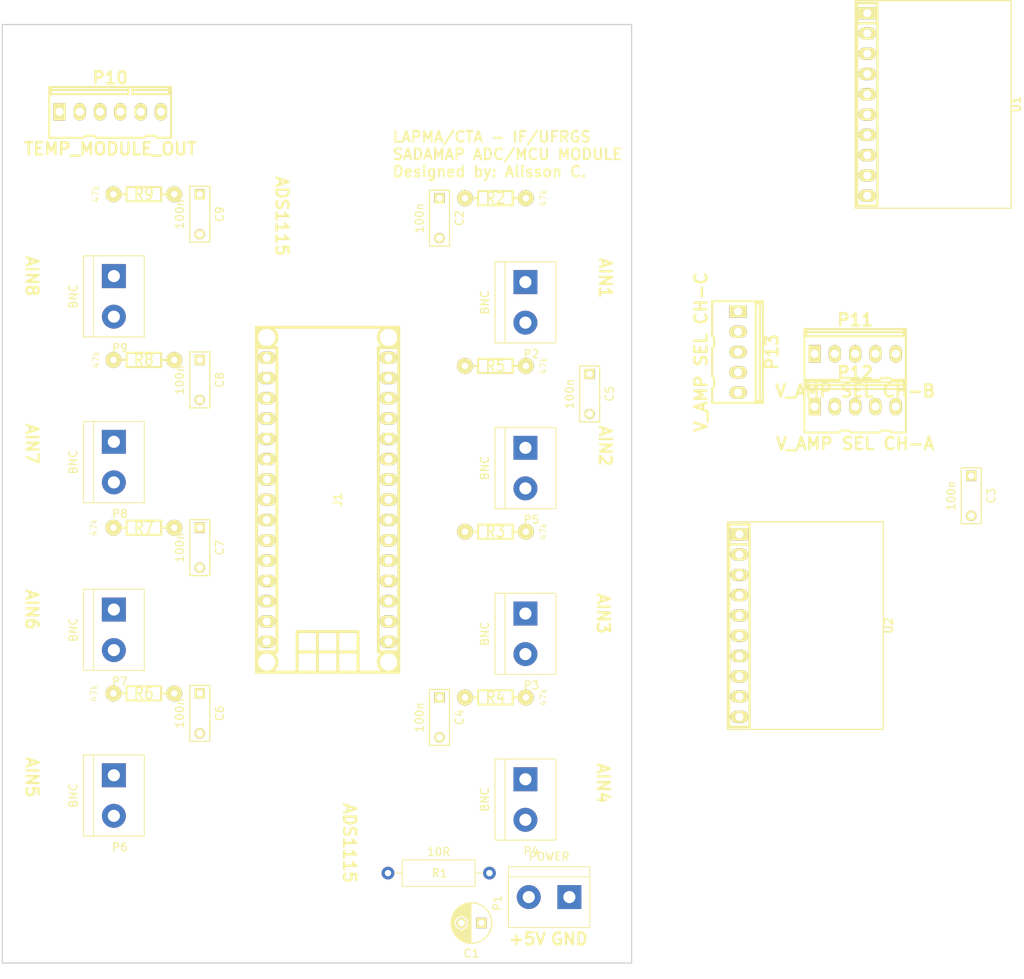
<source format=kicad_pcb>
(kicad_pcb (version 20171130) (host pcbnew 5.0.0)

  (general
    (thickness 1.6)
    (drawings 22)
    (tracks 1)
    (zones 0)
    (modules 34)
    (nets 48)
  )

  (page A4 portrait)
  (title_block
    (title "SADAMAP Data Acquisition Board")
    (date 2018-02-28)
    (company "LAPMA/CTA - IF/UFRGS")
    (comment 1 "Designed by: Alisson Claudino")
  )

  (layers
    (0 F.Cu signal)
    (31 B.Cu signal)
    (32 B.Adhes user)
    (33 F.Adhes user)
    (34 B.Paste user)
    (35 F.Paste user)
    (36 B.SilkS user)
    (37 F.SilkS user)
    (38 B.Mask user)
    (39 F.Mask user)
    (40 Dwgs.User user)
    (41 Cmts.User user)
    (42 Eco1.User user)
    (43 Eco2.User user)
    (44 Edge.Cuts user)
    (45 Margin user)
    (46 B.CrtYd user)
    (47 F.CrtYd user)
    (48 B.Fab user)
    (49 F.Fab user)
  )

  (setup
    (last_trace_width 1)
    (trace_clearance 0.6)
    (zone_clearance 0.6)
    (zone_45_only yes)
    (trace_min 0.2)
    (segment_width 0.2)
    (edge_width 0.15)
    (via_size 1)
    (via_drill 0.8)
    (via_min_size 0.4)
    (via_min_drill 0.3)
    (uvia_size 0.3)
    (uvia_drill 0.1)
    (uvias_allowed no)
    (uvia_min_size 0.2)
    (uvia_min_drill 0.1)
    (pcb_text_width 0.3)
    (pcb_text_size 1.5 1.5)
    (mod_edge_width 0.15)
    (mod_text_size 1 1)
    (mod_text_width 0.15)
    (pad_size 1.524 2.1971)
    (pad_drill 1.016)
    (pad_to_mask_clearance 0.2)
    (aux_axis_origin 69.5 195)
    (grid_origin 69.5 195)
    (visible_elements FFFFF77F)
    (pcbplotparams
      (layerselection 0x00020_00000000)
      (usegerberextensions false)
      (usegerberattributes false)
      (usegerberadvancedattributes false)
      (creategerberjobfile false)
      (excludeedgelayer true)
      (linewidth 0.100000)
      (plotframeref false)
      (viasonmask false)
      (mode 1)
      (useauxorigin false)
      (hpglpennumber 1)
      (hpglpenspeed 20)
      (hpglpendiameter 15.000000)
      (psnegative false)
      (psa4output false)
      (plotreference true)
      (plotvalue true)
      (plotinvisibletext false)
      (padsonsilk false)
      (subtractmaskfromsilk false)
      (outputformat 4)
      (mirror false)
      (drillshape 0)
      (scaleselection 1)
      (outputdirectory "/home/alissomc/SADAMAP/Circuits/ADC_MCU_MODULE/Fabrication Files/Gerbers/"))
  )

  (net 0 "")
  (net 1 +5V)
  (net 2 GND)
  (net 3 ADC1)
  (net 4 ADC3)
  (net 5 ADC4)
  (net 6 ADC2)
  (net 7 ADC5)
  (net 8 ADC6)
  (net 9 ADC7)
  (net 10 ADC8)
  (net 11 SDA)
  (net 12 SCL)
  (net 13 "Net-(P1-Pad2)")
  (net 14 "Net-(P2-Pad1)")
  (net 15 "Net-(P3-Pad1)")
  (net 16 "Net-(P4-Pad1)")
  (net 17 "Net-(P5-Pad1)")
  (net 18 "Net-(P6-Pad1)")
  (net 19 "Net-(P7-Pad1)")
  (net 20 "Net-(P8-Pad1)")
  (net 21 "Net-(P9-Pad1)")
  (net 22 ~CS)
  (net 23 MOSI)
  (net 24 MISO)
  (net 25 SCK)
  (net 26 "Net-(J1-Pad1)")
  (net 27 "Net-(J1-Pad2)")
  (net 28 "Net-(J1-Pad3)")
  (net 29 VB0)
  (net 30 VB1)
  (net 31 VB2)
  (net 32 VB3)
  (net 33 VC0)
  (net 34 VC1)
  (net 35 VC2)
  (net 36 VC3)
  (net 37 "Net-(J1-Pad17)")
  (net 38 "Net-(J1-Pad18)")
  (net 39 VA0)
  (net 40 VA1)
  (net 41 VA2)
  (net 42 VA3)
  (net 43 "Net-(J1-Pad25)")
  (net 44 "Net-(J1-Pad26)")
  (net 45 "Net-(J1-Pad28)")
  (net 46 "Net-(U1-Pad6)")
  (net 47 "Net-(U2-Pad6)")

  (net_class Default "This is the default net class."
    (clearance 0.6)
    (trace_width 1)
    (via_dia 1)
    (via_drill 0.8)
    (uvia_dia 0.3)
    (uvia_drill 0.1)
    (add_net +5V)
    (add_net ADC1)
    (add_net ADC2)
    (add_net ADC3)
    (add_net ADC4)
    (add_net ADC5)
    (add_net ADC6)
    (add_net ADC7)
    (add_net ADC8)
    (add_net GND)
    (add_net MISO)
    (add_net MOSI)
    (add_net "Net-(J1-Pad1)")
    (add_net "Net-(J1-Pad17)")
    (add_net "Net-(J1-Pad18)")
    (add_net "Net-(J1-Pad2)")
    (add_net "Net-(J1-Pad25)")
    (add_net "Net-(J1-Pad26)")
    (add_net "Net-(J1-Pad28)")
    (add_net "Net-(J1-Pad3)")
    (add_net "Net-(P1-Pad2)")
    (add_net "Net-(P2-Pad1)")
    (add_net "Net-(P3-Pad1)")
    (add_net "Net-(P4-Pad1)")
    (add_net "Net-(P5-Pad1)")
    (add_net "Net-(P6-Pad1)")
    (add_net "Net-(P7-Pad1)")
    (add_net "Net-(P8-Pad1)")
    (add_net "Net-(P9-Pad1)")
    (add_net "Net-(U1-Pad6)")
    (add_net "Net-(U2-Pad6)")
    (add_net SCK)
    (add_net SCL)
    (add_net SDA)
    (add_net VA0)
    (add_net VA1)
    (add_net VA2)
    (add_net VA3)
    (add_net VB0)
    (add_net VB1)
    (add_net VB2)
    (add_net VB3)
    (add_net VC0)
    (add_net VC1)
    (add_net VC2)
    (add_net VC3)
    (add_net ~CS)
  )

  (module Capacitors_ThroughHole:C_Rect_L7_W2.5_P5 (layer F.Cu) (tedit 5B56061E) (tstamp 5B60C958)
    (at 124.211418 99.242118 270)
    (descr "Film Capacitor Length 7mm x Width 2.5mm, Pitch 5mm")
    (tags Capacitor)
    (path /5A971344)
    (fp_text reference C2 (at 2.5 -2.5 270) (layer F.SilkS)
      (effects (font (size 1 1) (thickness 0.15)))
    )
    (fp_text value 100n (at 2.5 2.5 270) (layer F.SilkS)
      (effects (font (size 1 1) (thickness 0.15)))
    )
    (fp_line (start -1 1.25) (end -1 -1.25) (layer F.SilkS) (width 0.15))
    (fp_line (start 6 1.25) (end -1 1.25) (layer F.SilkS) (width 0.15))
    (fp_line (start 6 -1.25) (end 6 1.25) (layer F.SilkS) (width 0.15))
    (fp_line (start -1 -1.25) (end 6 -1.25) (layer F.SilkS) (width 0.15))
    (fp_line (start -1.25 1.5) (end -1.25 -1.5) (layer F.CrtYd) (width 0.05))
    (fp_line (start 6.25 1.5) (end -1.25 1.5) (layer F.CrtYd) (width 0.05))
    (fp_line (start 6.25 -1.5) (end 6.25 1.5) (layer F.CrtYd) (width 0.05))
    (fp_line (start -1.25 -1.5) (end 6.25 -1.5) (layer F.CrtYd) (width 0.05))
    (pad 2 thru_hole circle (at 5 0 270) (size 1.3 1.3) (drill 0.8) (layers *.Mask B.Cu F.SilkS)
      (net 2 GND))
    (pad 1 thru_hole rect (at 0 0 270) (size 1.3 1.3) (drill 0.8) (layers *.Mask B.Cu F.SilkS)
      (net 3 ADC1))
  )

  (module Capacitors_ThroughHole:C_Rect_L7_W2.5_P5 (layer F.Cu) (tedit 5B56061E) (tstamp 5B60C965)
    (at 190.75 134 270)
    (descr "Film Capacitor Length 7mm x Width 2.5mm, Pitch 5mm")
    (tags Capacitor)
    (path /5A971754)
    (fp_text reference C3 (at 2.5 -2.5 270) (layer F.SilkS)
      (effects (font (size 1 1) (thickness 0.15)))
    )
    (fp_text value 100n (at 2.5 2.5 270) (layer F.SilkS)
      (effects (font (size 1 1) (thickness 0.15)))
    )
    (fp_line (start -1 1.25) (end -1 -1.25) (layer F.SilkS) (width 0.15))
    (fp_line (start 6 1.25) (end -1 1.25) (layer F.SilkS) (width 0.15))
    (fp_line (start 6 -1.25) (end 6 1.25) (layer F.SilkS) (width 0.15))
    (fp_line (start -1 -1.25) (end 6 -1.25) (layer F.SilkS) (width 0.15))
    (fp_line (start -1.25 1.5) (end -1.25 -1.5) (layer F.CrtYd) (width 0.05))
    (fp_line (start 6.25 1.5) (end -1.25 1.5) (layer F.CrtYd) (width 0.05))
    (fp_line (start 6.25 -1.5) (end 6.25 1.5) (layer F.CrtYd) (width 0.05))
    (fp_line (start -1.25 -1.5) (end 6.25 -1.5) (layer F.CrtYd) (width 0.05))
    (pad 2 thru_hole circle (at 5 0 270) (size 1.3 1.3) (drill 0.8) (layers *.Mask B.Cu F.SilkS)
      (net 2 GND))
    (pad 1 thru_hole rect (at 0 0 270) (size 1.3 1.3) (drill 0.8) (layers *.Mask B.Cu F.SilkS)
      (net 4 ADC3))
  )

  (module Capacitors_ThroughHole:C_Rect_L7_W2.5_P5 (layer F.Cu) (tedit 5B56061E) (tstamp 5B60C972)
    (at 124.211418 161.742118 270)
    (descr "Film Capacitor Length 7mm x Width 2.5mm, Pitch 5mm")
    (tags Capacitor)
    (path /5A971899)
    (fp_text reference C4 (at 2.5 -2.5 270) (layer F.SilkS)
      (effects (font (size 1 1) (thickness 0.15)))
    )
    (fp_text value 100n (at 2.5 2.5 270) (layer F.SilkS)
      (effects (font (size 1 1) (thickness 0.15)))
    )
    (fp_line (start -1 1.25) (end -1 -1.25) (layer F.SilkS) (width 0.15))
    (fp_line (start 6 1.25) (end -1 1.25) (layer F.SilkS) (width 0.15))
    (fp_line (start 6 -1.25) (end 6 1.25) (layer F.SilkS) (width 0.15))
    (fp_line (start -1 -1.25) (end 6 -1.25) (layer F.SilkS) (width 0.15))
    (fp_line (start -1.25 1.5) (end -1.25 -1.5) (layer F.CrtYd) (width 0.05))
    (fp_line (start 6.25 1.5) (end -1.25 1.5) (layer F.CrtYd) (width 0.05))
    (fp_line (start 6.25 -1.5) (end 6.25 1.5) (layer F.CrtYd) (width 0.05))
    (fp_line (start -1.25 -1.5) (end 6.25 -1.5) (layer F.CrtYd) (width 0.05))
    (pad 2 thru_hole circle (at 5 0 270) (size 1.3 1.3) (drill 0.8) (layers *.Mask B.Cu F.SilkS)
      (net 2 GND))
    (pad 1 thru_hole rect (at 0 0 270) (size 1.3 1.3) (drill 0.8) (layers *.Mask B.Cu F.SilkS)
      (net 5 ADC4))
  )

  (module Capacitors_ThroughHole:C_Rect_L7_W2.5_P5 (layer F.Cu) (tedit 5B56061E) (tstamp 5B60C97F)
    (at 143 121.25 270)
    (descr "Film Capacitor Length 7mm x Width 2.5mm, Pitch 5mm")
    (tags Capacitor)
    (path /5A971691)
    (fp_text reference C5 (at 2.5 -2.5 270) (layer F.SilkS)
      (effects (font (size 1 1) (thickness 0.15)))
    )
    (fp_text value 100n (at 2.5 2.5 270) (layer F.SilkS)
      (effects (font (size 1 1) (thickness 0.15)))
    )
    (fp_line (start -1 1.25) (end -1 -1.25) (layer F.SilkS) (width 0.15))
    (fp_line (start 6 1.25) (end -1 1.25) (layer F.SilkS) (width 0.15))
    (fp_line (start 6 -1.25) (end 6 1.25) (layer F.SilkS) (width 0.15))
    (fp_line (start -1 -1.25) (end 6 -1.25) (layer F.SilkS) (width 0.15))
    (fp_line (start -1.25 1.5) (end -1.25 -1.5) (layer F.CrtYd) (width 0.05))
    (fp_line (start 6.25 1.5) (end -1.25 1.5) (layer F.CrtYd) (width 0.05))
    (fp_line (start 6.25 -1.5) (end 6.25 1.5) (layer F.CrtYd) (width 0.05))
    (fp_line (start -1.25 -1.5) (end 6.25 -1.5) (layer F.CrtYd) (width 0.05))
    (pad 2 thru_hole circle (at 5 0 270) (size 1.3 1.3) (drill 0.8) (layers *.Mask B.Cu F.SilkS)
      (net 2 GND))
    (pad 1 thru_hole rect (at 0 0 270) (size 1.3 1.3) (drill 0.8) (layers *.Mask B.Cu F.SilkS)
      (net 6 ADC2))
  )

  (module Capacitors_ThroughHole:C_Rect_L7_W2.5_P5 (layer F.Cu) (tedit 5B56061E) (tstamp 5B60C98C)
    (at 94.211418 161.242117 270)
    (descr "Film Capacitor Length 7mm x Width 2.5mm, Pitch 5mm")
    (tags Capacitor)
    (path /5A971A4B)
    (fp_text reference C6 (at 2.5 -2.5 270) (layer F.SilkS)
      (effects (font (size 1 1) (thickness 0.15)))
    )
    (fp_text value 100n (at 2.5 2.5 270) (layer F.SilkS)
      (effects (font (size 1 1) (thickness 0.15)))
    )
    (fp_line (start -1 1.25) (end -1 -1.25) (layer F.SilkS) (width 0.15))
    (fp_line (start 6 1.25) (end -1 1.25) (layer F.SilkS) (width 0.15))
    (fp_line (start 6 -1.25) (end 6 1.25) (layer F.SilkS) (width 0.15))
    (fp_line (start -1 -1.25) (end 6 -1.25) (layer F.SilkS) (width 0.15))
    (fp_line (start -1.25 1.5) (end -1.25 -1.5) (layer F.CrtYd) (width 0.05))
    (fp_line (start 6.25 1.5) (end -1.25 1.5) (layer F.CrtYd) (width 0.05))
    (fp_line (start 6.25 -1.5) (end 6.25 1.5) (layer F.CrtYd) (width 0.05))
    (fp_line (start -1.25 -1.5) (end 6.25 -1.5) (layer F.CrtYd) (width 0.05))
    (pad 2 thru_hole circle (at 5 0 270) (size 1.3 1.3) (drill 0.8) (layers *.Mask B.Cu F.SilkS)
      (net 2 GND))
    (pad 1 thru_hole rect (at 0 0 270) (size 1.3 1.3) (drill 0.8) (layers *.Mask B.Cu F.SilkS)
      (net 7 ADC5))
  )

  (module Capacitors_ThroughHole:C_Rect_L7_W2.5_P5 (layer F.Cu) (tedit 5B56061E) (tstamp 5B60C999)
    (at 94.211416 140.492118 270)
    (descr "Film Capacitor Length 7mm x Width 2.5mm, Pitch 5mm")
    (tags Capacitor)
    (path /5A971966)
    (fp_text reference C7 (at 2.5 -2.5 270) (layer F.SilkS)
      (effects (font (size 1 1) (thickness 0.15)))
    )
    (fp_text value 100n (at 2.5 2.5 270) (layer F.SilkS)
      (effects (font (size 1 1) (thickness 0.15)))
    )
    (fp_line (start -1 1.25) (end -1 -1.25) (layer F.SilkS) (width 0.15))
    (fp_line (start 6 1.25) (end -1 1.25) (layer F.SilkS) (width 0.15))
    (fp_line (start 6 -1.25) (end 6 1.25) (layer F.SilkS) (width 0.15))
    (fp_line (start -1 -1.25) (end 6 -1.25) (layer F.SilkS) (width 0.15))
    (fp_line (start -1.25 1.5) (end -1.25 -1.5) (layer F.CrtYd) (width 0.05))
    (fp_line (start 6.25 1.5) (end -1.25 1.5) (layer F.CrtYd) (width 0.05))
    (fp_line (start 6.25 -1.5) (end 6.25 1.5) (layer F.CrtYd) (width 0.05))
    (fp_line (start -1.25 -1.5) (end 6.25 -1.5) (layer F.CrtYd) (width 0.05))
    (pad 2 thru_hole circle (at 5 0 270) (size 1.3 1.3) (drill 0.8) (layers *.Mask B.Cu F.SilkS)
      (net 2 GND))
    (pad 1 thru_hole rect (at 0 0 270) (size 1.3 1.3) (drill 0.8) (layers *.Mask B.Cu F.SilkS)
      (net 8 ADC6))
  )

  (module Capacitors_ThroughHole:C_Rect_L7_W2.5_P5 (layer F.Cu) (tedit 5B56061E) (tstamp 5B60C9A6)
    (at 94.211418 119.492118 270)
    (descr "Film Capacitor Length 7mm x Width 2.5mm, Pitch 5mm")
    (tags Capacitor)
    (path /5A971BBE)
    (fp_text reference C8 (at 2.5 -2.5 270) (layer F.SilkS)
      (effects (font (size 1 1) (thickness 0.15)))
    )
    (fp_text value 100n (at 2.5 2.5 270) (layer F.SilkS)
      (effects (font (size 1 1) (thickness 0.15)))
    )
    (fp_line (start -1 1.25) (end -1 -1.25) (layer F.SilkS) (width 0.15))
    (fp_line (start 6 1.25) (end -1 1.25) (layer F.SilkS) (width 0.15))
    (fp_line (start 6 -1.25) (end 6 1.25) (layer F.SilkS) (width 0.15))
    (fp_line (start -1 -1.25) (end 6 -1.25) (layer F.SilkS) (width 0.15))
    (fp_line (start -1.25 1.5) (end -1.25 -1.5) (layer F.CrtYd) (width 0.05))
    (fp_line (start 6.25 1.5) (end -1.25 1.5) (layer F.CrtYd) (width 0.05))
    (fp_line (start 6.25 -1.5) (end 6.25 1.5) (layer F.CrtYd) (width 0.05))
    (fp_line (start -1.25 -1.5) (end 6.25 -1.5) (layer F.CrtYd) (width 0.05))
    (pad 2 thru_hole circle (at 5 0 270) (size 1.3 1.3) (drill 0.8) (layers *.Mask B.Cu F.SilkS)
      (net 2 GND))
    (pad 1 thru_hole rect (at 0 0 270) (size 1.3 1.3) (drill 0.8) (layers *.Mask B.Cu F.SilkS)
      (net 9 ADC7))
  )

  (module Capacitors_ThroughHole:C_Rect_L7_W2.5_P5 (layer F.Cu) (tedit 5B56061E) (tstamp 5B60C9B3)
    (at 94.211417 98.742117 270)
    (descr "Film Capacitor Length 7mm x Width 2.5mm, Pitch 5mm")
    (tags Capacitor)
    (path /5A971CC3)
    (fp_text reference C9 (at 2.5 -2.5 270) (layer F.SilkS)
      (effects (font (size 1 1) (thickness 0.15)))
    )
    (fp_text value 100n (at 2.5 2.5 270) (layer F.SilkS)
      (effects (font (size 1 1) (thickness 0.15)))
    )
    (fp_line (start -1 1.25) (end -1 -1.25) (layer F.SilkS) (width 0.15))
    (fp_line (start 6 1.25) (end -1 1.25) (layer F.SilkS) (width 0.15))
    (fp_line (start 6 -1.25) (end 6 1.25) (layer F.SilkS) (width 0.15))
    (fp_line (start -1 -1.25) (end 6 -1.25) (layer F.SilkS) (width 0.15))
    (fp_line (start -1.25 1.5) (end -1.25 -1.5) (layer F.CrtYd) (width 0.05))
    (fp_line (start 6.25 1.5) (end -1.25 1.5) (layer F.CrtYd) (width 0.05))
    (fp_line (start 6.25 -1.5) (end 6.25 1.5) (layer F.CrtYd) (width 0.05))
    (fp_line (start -1.25 -1.5) (end 6.25 -1.5) (layer F.CrtYd) (width 0.05))
    (pad 2 thru_hole circle (at 5 0 270) (size 1.3 1.3) (drill 0.8) (layers *.Mask B.Cu F.SilkS)
      (net 2 GND))
    (pad 1 thru_hole rect (at 0 0 270) (size 1.3 1.3) (drill 0.8) (layers *.Mask B.Cu F.SilkS)
      (net 10 ADC8))
  )

  (module Misc:ADS1115 (layer F.Cu) (tedit 5A972186) (tstamp 5A972552)
    (at 178.25 152.75 270)
    (descr "Pin socket 10pin")
    (tags "CONN DEV")
    (path /5A9702C2)
    (fp_text reference U2 (at 0 -2.159 270) (layer F.SilkS)
      (effects (font (size 1.016 1.016) (thickness 0.2032)))
    )
    (fp_text value ADS1115 (at 0.254 -3.556 270) (layer F.SilkS) hide
      (effects (font (size 1.016 0.889) (thickness 0.2032)))
    )
    (fp_line (start -12.7 17.78) (end -12.7 15.24) (layer F.SilkS) (width 0.3048))
    (fp_line (start 12.7 17.78) (end -12.7 17.78) (layer F.SilkS) (width 0.3048))
    (fp_line (start 12.7 15.24) (end 12.7 17.78) (layer F.SilkS) (width 0.3048))
    (fp_line (start -12.7 15.24) (end 12.7 15.24) (layer F.SilkS) (width 0.3048))
    (fp_line (start -10.16 15.24) (end -10.16 17.78) (layer F.SilkS) (width 0.3048))
    (fp_line (start -13 -1.5) (end 13 -1.5) (layer F.SilkS) (width 0.15))
    (fp_line (start -13 18) (end -13 -1.5) (layer F.SilkS) (width 0.15))
    (fp_line (start 13 18) (end -13 18) (layer F.SilkS) (width 0.15))
    (fp_line (start 13 -1.5) (end 13 18) (layer F.SilkS) (width 0.15))
    (pad 10 thru_hole oval (at 11.43 16.51 270) (size 1.524 2.19964) (drill 1.00076) (layers *.Mask B.Cu F.SilkS)
      (net 10 ADC8))
    (pad 9 thru_hole oval (at 8.89 16.51 270) (size 1.524 2.19964) (drill 1.00076) (layers *.Mask B.Cu F.SilkS)
      (net 9 ADC7))
    (pad 8 thru_hole oval (at 6.35 16.51 270) (size 1.524 2.19964) (drill 1.00076) (layers *.Mask B.Cu F.SilkS)
      (net 8 ADC6))
    (pad 7 thru_hole oval (at 3.81 16.51 270) (size 1.524 2.19964) (drill 1.00076) (layers *.Mask B.Cu F.SilkS)
      (net 7 ADC5))
    (pad 6 thru_hole oval (at 1.27 16.51 270) (size 1.524 2.19964) (drill 1.00076) (layers *.Mask B.Cu F.SilkS)
      (net 47 "Net-(U2-Pad6)"))
    (pad 5 thru_hole oval (at -1.27 16.51 270) (size 1.524 2.19964) (drill 1.00076) (layers *.Mask B.Cu F.SilkS)
      (net 1 +5V))
    (pad 4 thru_hole oval (at -3.81 16.51 270) (size 1.524 2.19964) (drill 1.00076) (layers *.Mask B.Cu F.SilkS)
      (net 11 SDA))
    (pad 3 thru_hole oval (at -6.35 16.51 270) (size 1.524 2.19964) (drill 1.00076) (layers *.Mask B.Cu F.SilkS)
      (net 12 SCL))
    (pad 2 thru_hole oval (at -8.89 16.51 270) (size 1.524 2.19964) (drill 1.00076) (layers *.Mask B.Cu F.SilkS)
      (net 2 GND))
    (pad 1 thru_hole rect (at -11.43 16.51 270) (size 1.524 2.19964) (drill 1.00076) (layers *.Mask B.Cu F.SilkS)
      (net 1 +5V))
    (model walter/pin_strip/pin_socket_10.wrl
      (at (xyz 0 0 0))
      (scale (xyz 1 1 1))
      (rotate (xyz 0 0 0))
    )
  )

  (module w_conn_misc:arduino_nano_header (layer F.Cu) (tedit 0) (tstamp 5B60C9C0)
    (at 110.211418 136.992117 90)
    (descr "Arduino Nano Header")
    (tags Arduino)
    (path /5A97015D)
    (fp_text reference J1 (at 0 1.27 90) (layer F.SilkS)
      (effects (font (size 1.016 1.016) (thickness 0.2032)))
    )
    (fp_text value Arduino_Nano_Header (at 0 -1.27 90) (layer F.SilkS) hide
      (effects (font (size 1.016 0.889) (thickness 0.2032)))
    )
    (fp_line (start -16.51 -1.27) (end -21.59 -1.27) (layer F.SilkS) (width 0.381))
    (fp_line (start -16.51 1.27) (end -21.59 1.27) (layer F.SilkS) (width 0.381))
    (fp_line (start -19.05 -3.81) (end -19.05 3.81) (layer F.SilkS) (width 0.381))
    (fp_line (start -21.59 -3.81) (end -16.51 -3.81) (layer F.SilkS) (width 0.381))
    (fp_line (start -16.51 -3.81) (end -16.51 3.81) (layer F.SilkS) (width 0.381))
    (fp_line (start -16.51 3.81) (end -21.59 3.81) (layer F.SilkS) (width 0.381))
    (fp_line (start 21.59 -8.89) (end -21.59 -8.89) (layer F.SilkS) (width 0.381))
    (fp_line (start -21.59 8.89) (end 21.59 8.89) (layer F.SilkS) (width 0.381))
    (fp_line (start -21.59 8.89) (end -21.59 -8.89) (layer F.SilkS) (width 0.381))
    (fp_line (start 21.59 8.89) (end 21.59 -8.89) (layer F.SilkS) (width 0.381))
    (fp_circle (center -20.32 -7.62) (end -21.59 -7.62) (layer F.SilkS) (width 0.381))
    (fp_circle (center -20.32 7.62) (end -21.59 7.62) (layer F.SilkS) (width 0.381))
    (fp_circle (center 20.32 -7.62) (end 21.59 -7.62) (layer F.SilkS) (width 0.381))
    (fp_circle (center 20.32 7.62) (end 21.59 7.62) (layer F.SilkS) (width 0.381))
    (fp_line (start 19.05 -6.35) (end -19.05 -6.35) (layer F.SilkS) (width 0.381))
    (fp_line (start -19.05 6.35) (end 19.05 6.35) (layer F.SilkS) (width 0.381))
    (fp_line (start 19.05 8.89) (end 19.05 6.35) (layer F.SilkS) (width 0.381))
    (fp_line (start 19.05 -6.35) (end 19.05 -8.89) (layer F.SilkS) (width 0.381))
    (fp_line (start -19.05 -8.89) (end -19.05 -6.35) (layer F.SilkS) (width 0.381))
    (fp_line (start -19.05 8.89) (end -19.05 6.35) (layer F.SilkS) (width 0.381))
    (pad 1 thru_hole oval (at -17.78 7.62 90) (size 1.524 2.19964) (drill 1.00076) (layers *.Cu *.Mask F.SilkS)
      (net 26 "Net-(J1-Pad1)"))
    (pad 2 thru_hole oval (at -15.24 7.62 90) (size 1.524 2.19964) (drill 1.00076) (layers *.Cu *.Mask F.SilkS)
      (net 27 "Net-(J1-Pad2)"))
    (pad 3 thru_hole oval (at -12.7 7.62 90) (size 1.524 2.19964) (drill 1.00076) (layers *.Cu *.Mask F.SilkS)
      (net 28 "Net-(J1-Pad3)"))
    (pad 4 thru_hole oval (at -10.16 7.62 90) (size 1.524 2.19964) (drill 1.00076) (layers *.Cu *.Mask F.SilkS)
      (net 2 GND))
    (pad 5 thru_hole oval (at -7.62 7.62 90) (size 1.524 2.19964) (drill 1.00076) (layers *.Cu *.Mask F.SilkS)
      (net 29 VB0))
    (pad 6 thru_hole oval (at -5.08 7.62 90) (size 1.524 2.19964) (drill 1.00076) (layers *.Cu *.Mask F.SilkS)
      (net 30 VB1))
    (pad 7 thru_hole oval (at -2.54 7.62 90) (size 1.524 2.19964) (drill 1.00076) (layers *.Cu *.Mask F.SilkS)
      (net 31 VB2))
    (pad 8 thru_hole oval (at 0 7.62 90) (size 1.524 2.19964) (drill 1.00076) (layers *.Cu *.Mask F.SilkS)
      (net 32 VB3))
    (pad 9 thru_hole oval (at 2.54 7.62 90) (size 1.524 2.19964) (drill 1.00076) (layers *.Cu *.Mask F.SilkS)
      (net 33 VC0))
    (pad 10 thru_hole oval (at 5.08 7.62 90) (size 1.524 2.19964) (drill 1.00076) (layers *.Cu *.Mask F.SilkS)
      (net 34 VC1))
    (pad 11 thru_hole oval (at 7.62 7.62 90) (size 1.524 2.19964) (drill 1.00076) (layers *.Cu *.Mask F.SilkS)
      (net 35 VC2))
    (pad 12 thru_hole oval (at 10.16 7.62 90) (size 1.524 2.19964) (drill 1.00076) (layers *.Cu *.Mask F.SilkS)
      (net 36 VC3))
    (pad 13 thru_hole oval (at 12.7 7.62 90) (size 1.524 2.19964) (drill 1.00076) (layers *.Cu *.Mask F.SilkS)
      (net 22 ~CS))
    (pad 14 thru_hole oval (at 15.24 7.62 90) (size 1.524 2.19964) (drill 1.00076) (layers *.Cu *.Mask F.SilkS)
      (net 23 MOSI))
    (pad 15 thru_hole oval (at 17.78 7.62 90) (size 1.524 2.19964) (drill 1.00076) (layers *.Cu *.Mask F.SilkS)
      (net 24 MISO))
    (pad 16 thru_hole oval (at 17.78 -7.62 90) (size 1.524 2.19964) (drill 1.00076) (layers *.Cu *.Mask F.SilkS)
      (net 25 SCK))
    (pad 17 thru_hole oval (at 15.24 -7.62 90) (size 1.524 2.19964) (drill 1.00076) (layers *.Cu *.Mask F.SilkS)
      (net 37 "Net-(J1-Pad17)"))
    (pad 18 thru_hole oval (at 12.7 -7.62 90) (size 1.524 2.19964) (drill 1.00076) (layers *.Cu *.Mask F.SilkS)
      (net 38 "Net-(J1-Pad18)"))
    (pad 19 thru_hole oval (at 10.16 -7.62 90) (size 1.524 2.19964) (drill 1.00076) (layers *.Cu *.Mask F.SilkS)
      (net 39 VA0))
    (pad 20 thru_hole oval (at 7.62 -7.62 90) (size 1.524 2.1971) (drill 1.00076) (layers *.Cu *.Mask F.SilkS)
      (net 40 VA1))
    (pad 21 thru_hole oval (at 5.08 -7.62 90) (size 1.524 2.1971) (drill 1.00076) (layers *.Cu *.Mask F.SilkS)
      (net 41 VA2))
    (pad 22 thru_hole oval (at 2.54 -7.62 90) (size 1.524 2.1971) (drill 1.00076) (layers *.Cu *.Mask F.SilkS)
      (net 42 VA3))
    (pad 23 thru_hole oval (at 0 -7.62 90) (size 1.524 2.1971) (drill 1.00076) (layers *.Cu *.Mask F.SilkS)
      (net 11 SDA))
    (pad 24 thru_hole oval (at -2.54 -7.62 90) (size 1.524 2.1971) (drill 0.99822) (layers *.Cu *.Mask F.SilkS)
      (net 12 SCL))
    (pad 25 thru_hole oval (at -5.08 -7.62 90) (size 1.524 2.1971) (drill 0.99822) (layers *.Cu *.Mask F.SilkS)
      (net 43 "Net-(J1-Pad25)"))
    (pad 26 thru_hole oval (at -7.62 -7.62 90) (size 1.524 2.1971) (drill 0.99822) (layers *.Cu *.Mask F.SilkS)
      (net 44 "Net-(J1-Pad26)"))
    (pad 27 thru_hole oval (at -10.16 -7.62 90) (size 1.524 2.1971) (drill 0.99822) (layers *.Cu *.Mask F.SilkS)
      (net 1 +5V))
    (pad 28 thru_hole oval (at -12.7 -7.62 90) (size 1.524 2.1971) (drill 0.99822) (layers *.Cu *.Mask F.SilkS)
      (net 45 "Net-(J1-Pad28)"))
    (pad 29 thru_hole oval (at -15.24 -7.62 90) (size 1.524 2.1971) (drill 0.99822) (layers *.Cu *.Mask F.SilkS)
      (net 2 GND))
    (pad 30 thru_hole oval (at -17.78 -7.62 90) (size 1.524 2.1971) (drill 0.99822) (layers *.Cu *.Mask F.SilkS)
      (net 1 +5V))
    (model walter/conn_misc/arduino_nano_header.wrl
      (at (xyz 0 0 0))
      (scale (xyz 1 1 1))
      (rotate (xyz 0 0 0))
    )
  )

  (module Resistors_THT:R_Axial_DIN0309_L9.0mm_D3.2mm_P12.70mm_Horizontal (layer F.Cu) (tedit 5A9733F4) (tstamp 5A9724CC)
    (at 130.461418 183.742118 180)
    (descr "Resistor, Axial_DIN0309 series, Axial, Horizontal, pin pitch=12.7mm, 0.5W = 1/2W, length*diameter=9*3.2mm^2, http://cdn-reichelt.de/documents/datenblatt/B400/1_4W%23YAG.pdf")
    (tags "Resistor Axial_DIN0309 series Axial Horizontal pin pitch 12.7mm 0.5W = 1/2W length 9mm diameter 3.2mm")
    (path /5A96FCFD)
    (fp_text reference R1 (at 6.25 0 180) (layer F.SilkS)
      (effects (font (size 1 1) (thickness 0.15)))
    )
    (fp_text value 10R (at 6.35 2.66 180) (layer F.SilkS)
      (effects (font (size 1 1) (thickness 0.15)))
    )
    (fp_line (start 1.85 -1.6) (end 1.85 1.6) (layer F.Fab) (width 0.1))
    (fp_line (start 1.85 1.6) (end 10.85 1.6) (layer F.Fab) (width 0.1))
    (fp_line (start 10.85 1.6) (end 10.85 -1.6) (layer F.Fab) (width 0.1))
    (fp_line (start 10.85 -1.6) (end 1.85 -1.6) (layer F.Fab) (width 0.1))
    (fp_line (start 0 0) (end 1.85 0) (layer F.Fab) (width 0.1))
    (fp_line (start 12.7 0) (end 10.85 0) (layer F.Fab) (width 0.1))
    (fp_line (start 1.79 -1.66) (end 1.79 1.66) (layer F.SilkS) (width 0.12))
    (fp_line (start 1.79 1.66) (end 10.91 1.66) (layer F.SilkS) (width 0.12))
    (fp_line (start 10.91 1.66) (end 10.91 -1.66) (layer F.SilkS) (width 0.12))
    (fp_line (start 10.91 -1.66) (end 1.79 -1.66) (layer F.SilkS) (width 0.12))
    (fp_line (start 0.98 0) (end 1.79 0) (layer F.SilkS) (width 0.12))
    (fp_line (start 11.72 0) (end 10.91 0) (layer F.SilkS) (width 0.12))
    (fp_line (start -1.05 -1.95) (end -1.05 1.95) (layer F.CrtYd) (width 0.05))
    (fp_line (start -1.05 1.95) (end 13.75 1.95) (layer F.CrtYd) (width 0.05))
    (fp_line (start 13.75 1.95) (end 13.75 -1.95) (layer F.CrtYd) (width 0.05))
    (fp_line (start 13.75 -1.95) (end -1.05 -1.95) (layer F.CrtYd) (width 0.05))
    (pad 1 thru_hole circle (at 0 0 180) (size 1.6 1.6) (drill 0.8) (layers *.Mask B.Cu)
      (net 13 "Net-(P1-Pad2)"))
    (pad 2 thru_hole oval (at 12.7 0 180) (size 1.6 1.6) (drill 0.8) (layers *.Mask B.Cu)
      (net 1 +5V))
    (model Resistors_THT.3dshapes/R_Axial_DIN0309_L9.0mm_D3.2mm_P12.70mm_Horizontal.wrl
      (at (xyz 0 0 0))
      (scale (xyz 0.393701 0.393701 0.393701))
      (rotate (xyz 0 0 0))
    )
  )

  (module w_pth_resistors:RC03 (layer F.Cu) (tedit 5A9729AC) (tstamp 5A9724D8)
    (at 131.211417 99.242117)
    (descr "Resistor, RC03")
    (tags R)
    (path /5A9712DB)
    (autoplace_cost180 10)
    (fp_text reference R2 (at 0 0) (layer F.SilkS)
      (effects (font (size 1.397 1.27) (thickness 0.2032)))
    )
    (fp_text value 47k (at 6 0 90) (layer F.SilkS)
      (effects (font (size 0.8 0.8) (thickness 0.1)))
    )
    (fp_line (start 2.159 0) (end 3.81 0) (layer F.SilkS) (width 0.254))
    (fp_line (start -2.159 0) (end -3.81 0) (layer F.SilkS) (width 0.254))
    (fp_line (start -2.159 -0.889) (end -2.159 0.889) (layer F.SilkS) (width 0.254))
    (fp_line (start -2.159 0.889) (end 2.159 0.889) (layer F.SilkS) (width 0.254))
    (fp_line (start 2.159 0.889) (end 2.159 -0.889) (layer F.SilkS) (width 0.254))
    (fp_line (start 2.159 -0.889) (end -2.159 -0.889) (layer F.SilkS) (width 0.254))
    (pad 1 thru_hole circle (at -3.81 0) (size 1.99898 1.99898) (drill 0.8001) (layers *.Mask B.Cu F.SilkS)
      (net 3 ADC1))
    (pad 2 thru_hole circle (at 3.81 0) (size 1.99898 1.99898) (drill 0.8001) (layers *.Mask B.Cu F.SilkS)
      (net 14 "Net-(P2-Pad1)"))
    (model walter/pth_resistors/rc03.wrl
      (at (xyz 0 0 0))
      (scale (xyz 1 1 1))
      (rotate (xyz 0 0 0))
    )
  )

  (module w_pth_resistors:RC03 (layer F.Cu) (tedit 5A972877) (tstamp 5A9724E4)
    (at 131.211418 140.992117)
    (descr "Resistor, RC03")
    (tags R)
    (path /5A97174E)
    (autoplace_cost180 10)
    (fp_text reference R3 (at 0 0) (layer F.SilkS)
      (effects (font (size 1.397 1.27) (thickness 0.2032)))
    )
    (fp_text value 47k (at 6 0 90) (layer F.SilkS)
      (effects (font (size 0.8 0.8) (thickness 0.1)))
    )
    (fp_line (start 2.159 0) (end 3.81 0) (layer F.SilkS) (width 0.254))
    (fp_line (start -2.159 0) (end -3.81 0) (layer F.SilkS) (width 0.254))
    (fp_line (start -2.159 -0.889) (end -2.159 0.889) (layer F.SilkS) (width 0.254))
    (fp_line (start -2.159 0.889) (end 2.159 0.889) (layer F.SilkS) (width 0.254))
    (fp_line (start 2.159 0.889) (end 2.159 -0.889) (layer F.SilkS) (width 0.254))
    (fp_line (start 2.159 -0.889) (end -2.159 -0.889) (layer F.SilkS) (width 0.254))
    (pad 1 thru_hole circle (at -3.81 0) (size 1.99898 1.99898) (drill 0.8001) (layers *.Mask B.Cu F.SilkS)
      (net 4 ADC3))
    (pad 2 thru_hole circle (at 3.81 0) (size 1.99898 1.99898) (drill 0.8001) (layers *.Mask B.Cu F.SilkS)
      (net 15 "Net-(P3-Pad1)"))
    (model walter/pth_resistors/rc03.wrl
      (at (xyz 0 0 0))
      (scale (xyz 1 1 1))
      (rotate (xyz 0 0 0))
    )
  )

  (module w_pth_resistors:RC03 (layer F.Cu) (tedit 5A972872) (tstamp 5A9724F0)
    (at 131.211416 161.742118)
    (descr "Resistor, RC03")
    (tags R)
    (path /5A971893)
    (autoplace_cost180 10)
    (fp_text reference R4 (at 0 0) (layer F.SilkS)
      (effects (font (size 1.397 1.27) (thickness 0.2032)))
    )
    (fp_text value 47k (at 6 0 90) (layer F.SilkS)
      (effects (font (size 0.8 0.8) (thickness 0.1)))
    )
    (fp_line (start 2.159 0) (end 3.81 0) (layer F.SilkS) (width 0.254))
    (fp_line (start -2.159 0) (end -3.81 0) (layer F.SilkS) (width 0.254))
    (fp_line (start -2.159 -0.889) (end -2.159 0.889) (layer F.SilkS) (width 0.254))
    (fp_line (start -2.159 0.889) (end 2.159 0.889) (layer F.SilkS) (width 0.254))
    (fp_line (start 2.159 0.889) (end 2.159 -0.889) (layer F.SilkS) (width 0.254))
    (fp_line (start 2.159 -0.889) (end -2.159 -0.889) (layer F.SilkS) (width 0.254))
    (pad 1 thru_hole circle (at -3.81 0) (size 1.99898 1.99898) (drill 0.8001) (layers *.Mask B.Cu F.SilkS)
      (net 5 ADC4))
    (pad 2 thru_hole circle (at 3.81 0) (size 1.99898 1.99898) (drill 0.8001) (layers *.Mask B.Cu F.SilkS)
      (net 16 "Net-(P4-Pad1)"))
    (model walter/pth_resistors/rc03.wrl
      (at (xyz 0 0 0))
      (scale (xyz 1 1 1))
      (rotate (xyz 0 0 0))
    )
  )

  (module w_pth_resistors:RC03 (layer F.Cu) (tedit 5A9729A8) (tstamp 5A9724FC)
    (at 131.211418 120.242117)
    (descr "Resistor, RC03")
    (tags R)
    (path /5A97168B)
    (autoplace_cost180 10)
    (fp_text reference R5 (at 0 0) (layer F.SilkS)
      (effects (font (size 1.397 1.27) (thickness 0.2032)))
    )
    (fp_text value 47k (at 6 0 90) (layer F.SilkS)
      (effects (font (size 0.8 0.8) (thickness 0.1)))
    )
    (fp_line (start 2.159 0) (end 3.81 0) (layer F.SilkS) (width 0.254))
    (fp_line (start -2.159 0) (end -3.81 0) (layer F.SilkS) (width 0.254))
    (fp_line (start -2.159 -0.889) (end -2.159 0.889) (layer F.SilkS) (width 0.254))
    (fp_line (start -2.159 0.889) (end 2.159 0.889) (layer F.SilkS) (width 0.254))
    (fp_line (start 2.159 0.889) (end 2.159 -0.889) (layer F.SilkS) (width 0.254))
    (fp_line (start 2.159 -0.889) (end -2.159 -0.889) (layer F.SilkS) (width 0.254))
    (pad 1 thru_hole circle (at -3.81 0) (size 1.99898 1.99898) (drill 0.8001) (layers *.Mask B.Cu F.SilkS)
      (net 6 ADC2))
    (pad 2 thru_hole circle (at 3.81 0) (size 1.99898 1.99898) (drill 0.8001) (layers *.Mask B.Cu F.SilkS)
      (net 17 "Net-(P5-Pad1)"))
    (model walter/pth_resistors/rc03.wrl
      (at (xyz 0 0 0))
      (scale (xyz 1 1 1))
      (rotate (xyz 0 0 0))
    )
  )

  (module w_pth_resistors:RC03 (layer F.Cu) (tedit 5A9738FB) (tstamp 5A972508)
    (at 87.211418 161.242118 180)
    (descr "Resistor, RC03")
    (tags R)
    (path /5A971A45)
    (autoplace_cost180 10)
    (fp_text reference R6 (at 0 0 180) (layer F.SilkS)
      (effects (font (size 1.397 1.27) (thickness 0.2032)))
    )
    (fp_text value 47k (at 6.25 0 270) (layer F.SilkS)
      (effects (font (size 0.8 0.8) (thickness 0.1)))
    )
    (fp_line (start 2.159 0) (end 3.81 0) (layer F.SilkS) (width 0.254))
    (fp_line (start -2.159 0) (end -3.81 0) (layer F.SilkS) (width 0.254))
    (fp_line (start -2.159 -0.889) (end -2.159 0.889) (layer F.SilkS) (width 0.254))
    (fp_line (start -2.159 0.889) (end 2.159 0.889) (layer F.SilkS) (width 0.254))
    (fp_line (start 2.159 0.889) (end 2.159 -0.889) (layer F.SilkS) (width 0.254))
    (fp_line (start 2.159 -0.889) (end -2.159 -0.889) (layer F.SilkS) (width 0.254))
    (pad 1 thru_hole circle (at -3.81 0 180) (size 1.99898 1.99898) (drill 0.8001) (layers *.Mask B.Cu F.SilkS)
      (net 7 ADC5))
    (pad 2 thru_hole circle (at 3.81 0 180) (size 1.99898 1.99898) (drill 0.8001) (layers *.Mask B.Cu F.SilkS)
      (net 18 "Net-(P6-Pad1)"))
    (model walter/pth_resistors/rc03.wrl
      (at (xyz 0 0 0))
      (scale (xyz 1 1 1))
      (rotate (xyz 0 0 0))
    )
  )

  (module w_pth_resistors:RC03 (layer F.Cu) (tedit 5A972AF1) (tstamp 5A972514)
    (at 87.211418 140.492118 180)
    (descr "Resistor, RC03")
    (tags R)
    (path /5A971960)
    (autoplace_cost180 10)
    (fp_text reference R7 (at 0 0 180) (layer F.SilkS)
      (effects (font (size 1.397 1.27) (thickness 0.2032)))
    )
    (fp_text value 47k (at 6.25 0 270) (layer F.SilkS)
      (effects (font (size 0.8 0.8) (thickness 0.1)))
    )
    (fp_line (start 2.159 0) (end 3.81 0) (layer F.SilkS) (width 0.254))
    (fp_line (start -2.159 0) (end -3.81 0) (layer F.SilkS) (width 0.254))
    (fp_line (start -2.159 -0.889) (end -2.159 0.889) (layer F.SilkS) (width 0.254))
    (fp_line (start -2.159 0.889) (end 2.159 0.889) (layer F.SilkS) (width 0.254))
    (fp_line (start 2.159 0.889) (end 2.159 -0.889) (layer F.SilkS) (width 0.254))
    (fp_line (start 2.159 -0.889) (end -2.159 -0.889) (layer F.SilkS) (width 0.254))
    (pad 1 thru_hole circle (at -3.81 0 180) (size 1.99898 1.99898) (drill 0.8001) (layers *.Mask B.Cu F.SilkS)
      (net 8 ADC6))
    (pad 2 thru_hole circle (at 3.81 0 180) (size 1.99898 1.99898) (drill 0.8001) (layers *.Mask B.Cu F.SilkS)
      (net 19 "Net-(P7-Pad1)"))
    (model walter/pth_resistors/rc03.wrl
      (at (xyz 0 0 0))
      (scale (xyz 1 1 1))
      (rotate (xyz 0 0 0))
    )
  )

  (module w_pth_resistors:RC03 (layer F.Cu) (tedit 5A972B36) (tstamp 5A972520)
    (at 87.211417 119.492119 180)
    (descr "Resistor, RC03")
    (tags R)
    (path /5A971BB8)
    (autoplace_cost180 10)
    (fp_text reference R8 (at 0 0 180) (layer F.SilkS)
      (effects (font (size 1.397 1.27) (thickness 0.2032)))
    )
    (fp_text value 47k (at 6 0 270) (layer F.SilkS)
      (effects (font (size 0.8 0.8) (thickness 0.1)))
    )
    (fp_line (start 2.159 0) (end 3.81 0) (layer F.SilkS) (width 0.254))
    (fp_line (start -2.159 0) (end -3.81 0) (layer F.SilkS) (width 0.254))
    (fp_line (start -2.159 -0.889) (end -2.159 0.889) (layer F.SilkS) (width 0.254))
    (fp_line (start -2.159 0.889) (end 2.159 0.889) (layer F.SilkS) (width 0.254))
    (fp_line (start 2.159 0.889) (end 2.159 -0.889) (layer F.SilkS) (width 0.254))
    (fp_line (start 2.159 -0.889) (end -2.159 -0.889) (layer F.SilkS) (width 0.254))
    (pad 1 thru_hole circle (at -3.81 0 180) (size 1.99898 1.99898) (drill 0.8001) (layers *.Mask B.Cu F.SilkS)
      (net 9 ADC7))
    (pad 2 thru_hole circle (at 3.81 0 180) (size 1.99898 1.99898) (drill 0.8001) (layers *.Mask B.Cu F.SilkS)
      (net 20 "Net-(P8-Pad1)"))
    (model walter/pth_resistors/rc03.wrl
      (at (xyz 0 0 0))
      (scale (xyz 1 1 1))
      (rotate (xyz 0 0 0))
    )
  )

  (module w_pth_resistors:RC03 (layer F.Cu) (tedit 5A972B32) (tstamp 5A97252C)
    (at 87.211418 98.742118 180)
    (descr "Resistor, RC03")
    (tags R)
    (path /5A971CBD)
    (autoplace_cost180 10)
    (fp_text reference R9 (at 0 0 180) (layer F.SilkS)
      (effects (font (size 1.397 1.27) (thickness 0.2032)))
    )
    (fp_text value 47k (at 6 0 270) (layer F.SilkS)
      (effects (font (size 0.8 0.8) (thickness 0.1)))
    )
    (fp_line (start 2.159 0) (end 3.81 0) (layer F.SilkS) (width 0.254))
    (fp_line (start -2.159 0) (end -3.81 0) (layer F.SilkS) (width 0.254))
    (fp_line (start -2.159 -0.889) (end -2.159 0.889) (layer F.SilkS) (width 0.254))
    (fp_line (start -2.159 0.889) (end 2.159 0.889) (layer F.SilkS) (width 0.254))
    (fp_line (start 2.159 0.889) (end 2.159 -0.889) (layer F.SilkS) (width 0.254))
    (fp_line (start 2.159 -0.889) (end -2.159 -0.889) (layer F.SilkS) (width 0.254))
    (pad 1 thru_hole circle (at -3.81 0 180) (size 1.99898 1.99898) (drill 0.8001) (layers *.Mask B.Cu F.SilkS)
      (net 10 ADC8))
    (pad 2 thru_hole circle (at 3.81 0 180) (size 1.99898 1.99898) (drill 0.8001) (layers *.Mask B.Cu F.SilkS)
      (net 21 "Net-(P9-Pad1)"))
    (model walter/pth_resistors/rc03.wrl
      (at (xyz 0 0 0))
      (scale (xyz 1 1 1))
      (rotate (xyz 0 0 0))
    )
  )

  (module Connectors:bornier2 (layer F.Cu) (tedit 5A9734B0) (tstamp 5A9723F8)
    (at 140.461417 186.742118 180)
    (descr "Bornier d'alimentation 2 pins")
    (tags DEV)
    (path /5A96FC8A)
    (fp_text reference P1 (at 9 -0.75 270) (layer F.SilkS)
      (effects (font (size 1 1) (thickness 0.15)))
    )
    (fp_text value POWER (at 2.54 5.08 180) (layer F.SilkS)
      (effects (font (size 1 1) (thickness 0.15)))
    )
    (fp_line (start -2.41 2.55) (end 7.49 2.55) (layer F.Fab) (width 0.1))
    (fp_line (start -2.46 -3.75) (end -2.46 3.75) (layer F.Fab) (width 0.1))
    (fp_line (start -2.46 3.75) (end 7.54 3.75) (layer F.Fab) (width 0.1))
    (fp_line (start 7.54 3.75) (end 7.54 -3.75) (layer F.Fab) (width 0.1))
    (fp_line (start 7.54 -3.75) (end -2.46 -3.75) (layer F.Fab) (width 0.1))
    (fp_line (start 7.62 2.54) (end -2.54 2.54) (layer F.SilkS) (width 0.12))
    (fp_line (start 7.62 3.81) (end 7.62 -3.81) (layer F.SilkS) (width 0.12))
    (fp_line (start 7.62 -3.81) (end -2.54 -3.81) (layer F.SilkS) (width 0.12))
    (fp_line (start -2.54 -3.81) (end -2.54 3.81) (layer F.SilkS) (width 0.12))
    (fp_line (start -2.54 3.81) (end 7.62 3.81) (layer F.SilkS) (width 0.12))
    (fp_line (start -2.71 -4) (end 7.79 -4) (layer F.CrtYd) (width 0.05))
    (fp_line (start -2.71 -4) (end -2.71 4) (layer F.CrtYd) (width 0.05))
    (fp_line (start 7.79 4) (end 7.79 -4) (layer F.CrtYd) (width 0.05))
    (fp_line (start 7.79 4) (end -2.71 4) (layer F.CrtYd) (width 0.05))
    (pad 1 thru_hole rect (at 0 0 180) (size 3 3) (drill 1.52) (layers *.Mask B.Cu)
      (net 2 GND))
    (pad 2 thru_hole circle (at 5.08 0 180) (size 3 3) (drill 1.52) (layers *.Mask B.Cu)
      (net 13 "Net-(P1-Pad2)"))
    (model Connectors.3dshapes/bornier2.wrl
      (offset (xyz 2.539999961853027 0 0))
      (scale (xyz 1 1 1))
      (rotate (xyz 0 0 0))
    )
  )

  (module w_conn_kk100:kk100_22-23-2061 (layer F.Cu) (tedit 5AA08F66) (tstamp 5AA06683)
    (at 83 88.5)
    (descr "6 pin vert. connector, Molex KK100 series")
    (path /5AA06AB3)
    (fp_text reference P10 (at 0 -4.318) (layer F.SilkS)
      (effects (font (size 1.524 1.524) (thickness 0.3048)))
    )
    (fp_text value TEMP_MODULE_OUT (at 0 4.56946) (layer F.SilkS)
      (effects (font (size 1.524 1.524) (thickness 0.3048)))
    )
    (fp_line (start 2.794 -2.286) (end 7.366 -2.286) (layer F.SilkS) (width 0.254))
    (fp_line (start 2.794 -2.794) (end 7.366 -2.794) (layer F.SilkS) (width 0.254))
    (fp_line (start 2.286 -2.794) (end -7.366 -2.794) (layer F.SilkS) (width 0.254))
    (fp_line (start 2.286 -2.286) (end -7.366 -2.286) (layer F.SilkS) (width 0.254))
    (fp_line (start -7.366 -2.286) (end -7.366 -3.175) (layer F.SilkS) (width 0.254))
    (fp_line (start 7.366 -2.286) (end 7.366 -3.175) (layer F.SilkS) (width 0.254))
    (fp_line (start 2.794 -2.286) (end 2.794 -3.175) (layer F.SilkS) (width 0.254))
    (fp_line (start 2.286 -2.286) (end 2.286 -3.175) (layer F.SilkS) (width 0.254))
    (fp_line (start -7.62 -3.175) (end 7.62 -3.175) (layer F.SilkS) (width 0.254))
    (fp_line (start -1.778 3.175) (end 4.318 3.175) (layer F.SilkS) (width 0.254))
    (fp_line (start -3.302 3.175) (end -7.62 3.175) (layer F.SilkS) (width 0.254))
    (fp_line (start 4.572 2.921) (end 5.588 2.921) (layer F.SilkS) (width 0.254))
    (fp_line (start 4.572 2.921) (end 4.318 3.175) (layer F.SilkS) (width 0.254))
    (fp_line (start 5.588 2.921) (end 5.842 3.175) (layer F.SilkS) (width 0.254))
    (fp_line (start 5.842 3.175) (end 7.62 3.175) (layer F.SilkS) (width 0.254))
    (fp_line (start -2.032 2.921) (end -1.778 3.175) (layer F.SilkS) (width 0.254))
    (fp_line (start -3.048 2.921) (end -3.302 3.175) (layer F.SilkS) (width 0.254))
    (fp_line (start -3.048 2.921) (end -2.032 2.921) (layer F.SilkS) (width 0.254))
    (fp_line (start 7.62 -3.175) (end 7.62 3.175) (layer F.SilkS) (width 0.254))
    (fp_line (start -7.62 3.175) (end -7.62 -3.175) (layer F.SilkS) (width 0.254))
    (pad 4 thru_hole oval (at 1.27 -0.0762) (size 1.524 2.1971) (drill 1.016) (layers *.Mask B.Cu F.SilkS)
      (net 24 MISO))
    (pad 3 thru_hole oval (at -1.27 -0.0762) (size 1.524 2.1971) (drill 1.016) (layers *.Mask B.Cu F.SilkS)
      (net 22 ~CS))
    (pad 6 thru_hole oval (at 6.35 -0.0762) (size 1.524 2.1971) (drill 1.016) (layers *.Mask B.Cu F.SilkS)
      (net 25 SCK))
    (pad 5 thru_hole oval (at 3.81 -0.0762) (size 1.524 2.1971) (drill 1.016) (layers *.Mask B.Cu F.SilkS)
      (net 23 MOSI))
    (pad 1 thru_hole rect (at -6.35 -0.0762) (size 1.524 2.1971) (drill 1.016) (layers *.Mask B.Cu F.SilkS)
      (net 2 GND))
    (pad 2 thru_hole oval (at -3.81 -0.0762) (size 1.524 2.1971) (drill 1.016) (layers *.Mask B.Cu F.SilkS)
      (net 1 +5V))
    (model walter/conn_kk100/22-23-2061.wrl
      (at (xyz 0 0 0))
      (scale (xyz 1 1 1))
      (rotate (xyz 0 0 0))
    )
  )

  (module Capacitors_ThroughHole:C_Radial_D5_L6_P2.5 (layer F.Cu) (tedit 0) (tstamp 5B60C931)
    (at 129.461418 189.992117 180)
    (descr "Radial Electrolytic Capacitor Diameter 5mm x Length 6mm, Pitch 2.5mm")
    (tags "Electrolytic Capacitor")
    (path /5A96FD8E)
    (fp_text reference C1 (at 1.25 -3.8 180) (layer F.SilkS)
      (effects (font (size 1 1) (thickness 0.15)))
    )
    (fp_text value 22u (at 1.25 3.8 180) (layer F.Fab)
      (effects (font (size 1 1) (thickness 0.15)))
    )
    (fp_line (start 1.325 -2.499) (end 1.325 2.499) (layer F.SilkS) (width 0.15))
    (fp_line (start 1.465 -2.491) (end 1.465 2.491) (layer F.SilkS) (width 0.15))
    (fp_line (start 1.605 -2.475) (end 1.605 -0.095) (layer F.SilkS) (width 0.15))
    (fp_line (start 1.605 0.095) (end 1.605 2.475) (layer F.SilkS) (width 0.15))
    (fp_line (start 1.745 -2.451) (end 1.745 -0.49) (layer F.SilkS) (width 0.15))
    (fp_line (start 1.745 0.49) (end 1.745 2.451) (layer F.SilkS) (width 0.15))
    (fp_line (start 1.885 -2.418) (end 1.885 -0.657) (layer F.SilkS) (width 0.15))
    (fp_line (start 1.885 0.657) (end 1.885 2.418) (layer F.SilkS) (width 0.15))
    (fp_line (start 2.025 -2.377) (end 2.025 -0.764) (layer F.SilkS) (width 0.15))
    (fp_line (start 2.025 0.764) (end 2.025 2.377) (layer F.SilkS) (width 0.15))
    (fp_line (start 2.165 -2.327) (end 2.165 -0.835) (layer F.SilkS) (width 0.15))
    (fp_line (start 2.165 0.835) (end 2.165 2.327) (layer F.SilkS) (width 0.15))
    (fp_line (start 2.305 -2.266) (end 2.305 -0.879) (layer F.SilkS) (width 0.15))
    (fp_line (start 2.305 0.879) (end 2.305 2.266) (layer F.SilkS) (width 0.15))
    (fp_line (start 2.445 -2.196) (end 2.445 -0.898) (layer F.SilkS) (width 0.15))
    (fp_line (start 2.445 0.898) (end 2.445 2.196) (layer F.SilkS) (width 0.15))
    (fp_line (start 2.585 -2.114) (end 2.585 -0.896) (layer F.SilkS) (width 0.15))
    (fp_line (start 2.585 0.896) (end 2.585 2.114) (layer F.SilkS) (width 0.15))
    (fp_line (start 2.725 -2.019) (end 2.725 -0.871) (layer F.SilkS) (width 0.15))
    (fp_line (start 2.725 0.871) (end 2.725 2.019) (layer F.SilkS) (width 0.15))
    (fp_line (start 2.865 -1.908) (end 2.865 -0.823) (layer F.SilkS) (width 0.15))
    (fp_line (start 2.865 0.823) (end 2.865 1.908) (layer F.SilkS) (width 0.15))
    (fp_line (start 3.005 -1.78) (end 3.005 -0.745) (layer F.SilkS) (width 0.15))
    (fp_line (start 3.005 0.745) (end 3.005 1.78) (layer F.SilkS) (width 0.15))
    (fp_line (start 3.145 -1.631) (end 3.145 -0.628) (layer F.SilkS) (width 0.15))
    (fp_line (start 3.145 0.628) (end 3.145 1.631) (layer F.SilkS) (width 0.15))
    (fp_line (start 3.285 -1.452) (end 3.285 -0.44) (layer F.SilkS) (width 0.15))
    (fp_line (start 3.285 0.44) (end 3.285 1.452) (layer F.SilkS) (width 0.15))
    (fp_line (start 3.425 -1.233) (end 3.425 1.233) (layer F.SilkS) (width 0.15))
    (fp_line (start 3.565 -0.944) (end 3.565 0.944) (layer F.SilkS) (width 0.15))
    (fp_line (start 3.705 -0.472) (end 3.705 0.472) (layer F.SilkS) (width 0.15))
    (fp_circle (center 2.5 0) (end 2.5 -0.9) (layer F.SilkS) (width 0.15))
    (fp_circle (center 1.25 0) (end 1.25 -2.5375) (layer F.SilkS) (width 0.15))
    (fp_circle (center 1.25 0) (end 1.25 -2.8) (layer F.CrtYd) (width 0.05))
    (pad 1 thru_hole rect (at 0 0 180) (size 1.3 1.3) (drill 0.8) (layers *.Cu *.Mask F.SilkS)
      (net 1 +5V))
    (pad 2 thru_hole circle (at 2.5 0 180) (size 1.3 1.3) (drill 0.8) (layers *.Cu *.Mask F.SilkS)
      (net 2 GND))
    (model Capacitors_ThroughHole.3dshapes/C_Radial_D5_L6_P2.5.wrl
      (offset (xyz 1.250000021226883 0 0))
      (scale (xyz 1 1 1))
      (rotate (xyz 0 0 90))
    )
  )

  (module Connectors:bornier2 (layer F.Cu) (tedit 5A9734B0) (tstamp 5B60C9F5)
    (at 134.961418 109.742118 270)
    (descr "Bornier d'alimentation 2 pins")
    (tags DEV)
    (path /5A972CAF)
    (fp_text reference P2 (at 9 -0.75) (layer F.SilkS)
      (effects (font (size 1 1) (thickness 0.15)))
    )
    (fp_text value BNC (at 2.54 5.08 270) (layer F.SilkS)
      (effects (font (size 1 1) (thickness 0.15)))
    )
    (fp_line (start 7.79 4) (end -2.71 4) (layer F.CrtYd) (width 0.05))
    (fp_line (start 7.79 4) (end 7.79 -4) (layer F.CrtYd) (width 0.05))
    (fp_line (start -2.71 -4) (end -2.71 4) (layer F.CrtYd) (width 0.05))
    (fp_line (start -2.71 -4) (end 7.79 -4) (layer F.CrtYd) (width 0.05))
    (fp_line (start -2.54 3.81) (end 7.62 3.81) (layer F.SilkS) (width 0.12))
    (fp_line (start -2.54 -3.81) (end -2.54 3.81) (layer F.SilkS) (width 0.12))
    (fp_line (start 7.62 -3.81) (end -2.54 -3.81) (layer F.SilkS) (width 0.12))
    (fp_line (start 7.62 3.81) (end 7.62 -3.81) (layer F.SilkS) (width 0.12))
    (fp_line (start 7.62 2.54) (end -2.54 2.54) (layer F.SilkS) (width 0.12))
    (fp_line (start 7.54 -3.75) (end -2.46 -3.75) (layer F.Fab) (width 0.1))
    (fp_line (start 7.54 3.75) (end 7.54 -3.75) (layer F.Fab) (width 0.1))
    (fp_line (start -2.46 3.75) (end 7.54 3.75) (layer F.Fab) (width 0.1))
    (fp_line (start -2.46 -3.75) (end -2.46 3.75) (layer F.Fab) (width 0.1))
    (fp_line (start -2.41 2.55) (end 7.49 2.55) (layer F.Fab) (width 0.1))
    (pad 2 thru_hole circle (at 5.08 0 270) (size 3 3) (drill 1.52) (layers *.Mask B.Cu)
      (net 2 GND))
    (pad 1 thru_hole rect (at 0 0 270) (size 3 3) (drill 1.52) (layers *.Mask B.Cu)
      (net 14 "Net-(P2-Pad1)"))
    (model Connectors.3dshapes/bornier2.wrl
      (offset (xyz 2.539999961853027 0 0))
      (scale (xyz 1 1 1))
      (rotate (xyz 0 0 0))
    )
  )

  (module Connectors:bornier2 (layer F.Cu) (tedit 5A9734B0) (tstamp 5B60CA08)
    (at 134.961418 151.242117 270)
    (descr "Bornier d'alimentation 2 pins")
    (tags DEV)
    (path /5A972F75)
    (fp_text reference P3 (at 9 -0.75) (layer F.SilkS)
      (effects (font (size 1 1) (thickness 0.15)))
    )
    (fp_text value BNC (at 2.54 5.08 270) (layer F.SilkS)
      (effects (font (size 1 1) (thickness 0.15)))
    )
    (fp_line (start -2.41 2.55) (end 7.49 2.55) (layer F.Fab) (width 0.1))
    (fp_line (start -2.46 -3.75) (end -2.46 3.75) (layer F.Fab) (width 0.1))
    (fp_line (start -2.46 3.75) (end 7.54 3.75) (layer F.Fab) (width 0.1))
    (fp_line (start 7.54 3.75) (end 7.54 -3.75) (layer F.Fab) (width 0.1))
    (fp_line (start 7.54 -3.75) (end -2.46 -3.75) (layer F.Fab) (width 0.1))
    (fp_line (start 7.62 2.54) (end -2.54 2.54) (layer F.SilkS) (width 0.12))
    (fp_line (start 7.62 3.81) (end 7.62 -3.81) (layer F.SilkS) (width 0.12))
    (fp_line (start 7.62 -3.81) (end -2.54 -3.81) (layer F.SilkS) (width 0.12))
    (fp_line (start -2.54 -3.81) (end -2.54 3.81) (layer F.SilkS) (width 0.12))
    (fp_line (start -2.54 3.81) (end 7.62 3.81) (layer F.SilkS) (width 0.12))
    (fp_line (start -2.71 -4) (end 7.79 -4) (layer F.CrtYd) (width 0.05))
    (fp_line (start -2.71 -4) (end -2.71 4) (layer F.CrtYd) (width 0.05))
    (fp_line (start 7.79 4) (end 7.79 -4) (layer F.CrtYd) (width 0.05))
    (fp_line (start 7.79 4) (end -2.71 4) (layer F.CrtYd) (width 0.05))
    (pad 1 thru_hole rect (at 0 0 270) (size 3 3) (drill 1.52) (layers *.Mask B.Cu)
      (net 15 "Net-(P3-Pad1)"))
    (pad 2 thru_hole circle (at 5.08 0 270) (size 3 3) (drill 1.52) (layers *.Mask B.Cu)
      (net 2 GND))
    (model Connectors.3dshapes/bornier2.wrl
      (offset (xyz 2.539999961853027 0 0))
      (scale (xyz 1 1 1))
      (rotate (xyz 0 0 0))
    )
  )

  (module Connectors:bornier2 (layer F.Cu) (tedit 5A9734B0) (tstamp 5B60CA1B)
    (at 134.961418 171.992118 270)
    (descr "Bornier d'alimentation 2 pins")
    (tags DEV)
    (path /5A973006)
    (fp_text reference P4 (at 9 -0.75) (layer F.SilkS)
      (effects (font (size 1 1) (thickness 0.15)))
    )
    (fp_text value BNC (at 2.54 5.08 270) (layer F.SilkS)
      (effects (font (size 1 1) (thickness 0.15)))
    )
    (fp_line (start 7.79 4) (end -2.71 4) (layer F.CrtYd) (width 0.05))
    (fp_line (start 7.79 4) (end 7.79 -4) (layer F.CrtYd) (width 0.05))
    (fp_line (start -2.71 -4) (end -2.71 4) (layer F.CrtYd) (width 0.05))
    (fp_line (start -2.71 -4) (end 7.79 -4) (layer F.CrtYd) (width 0.05))
    (fp_line (start -2.54 3.81) (end 7.62 3.81) (layer F.SilkS) (width 0.12))
    (fp_line (start -2.54 -3.81) (end -2.54 3.81) (layer F.SilkS) (width 0.12))
    (fp_line (start 7.62 -3.81) (end -2.54 -3.81) (layer F.SilkS) (width 0.12))
    (fp_line (start 7.62 3.81) (end 7.62 -3.81) (layer F.SilkS) (width 0.12))
    (fp_line (start 7.62 2.54) (end -2.54 2.54) (layer F.SilkS) (width 0.12))
    (fp_line (start 7.54 -3.75) (end -2.46 -3.75) (layer F.Fab) (width 0.1))
    (fp_line (start 7.54 3.75) (end 7.54 -3.75) (layer F.Fab) (width 0.1))
    (fp_line (start -2.46 3.75) (end 7.54 3.75) (layer F.Fab) (width 0.1))
    (fp_line (start -2.46 -3.75) (end -2.46 3.75) (layer F.Fab) (width 0.1))
    (fp_line (start -2.41 2.55) (end 7.49 2.55) (layer F.Fab) (width 0.1))
    (pad 2 thru_hole circle (at 5.08 0 270) (size 3 3) (drill 1.52) (layers *.Mask B.Cu)
      (net 2 GND))
    (pad 1 thru_hole rect (at 0 0 270) (size 3 3) (drill 1.52) (layers *.Mask B.Cu)
      (net 16 "Net-(P4-Pad1)"))
    (model Connectors.3dshapes/bornier2.wrl
      (offset (xyz 2.539999961853027 0 0))
      (scale (xyz 1 1 1))
      (rotate (xyz 0 0 0))
    )
  )

  (module Connectors:bornier2 (layer F.Cu) (tedit 5A9734B0) (tstamp 5B60CA2E)
    (at 134.961418 130.492118 270)
    (descr "Bornier d'alimentation 2 pins")
    (tags DEV)
    (path /5A972DFF)
    (fp_text reference P5 (at 9 -0.75) (layer F.SilkS)
      (effects (font (size 1 1) (thickness 0.15)))
    )
    (fp_text value BNC (at 2.54 5.08 270) (layer F.SilkS)
      (effects (font (size 1 1) (thickness 0.15)))
    )
    (fp_line (start -2.41 2.55) (end 7.49 2.55) (layer F.Fab) (width 0.1))
    (fp_line (start -2.46 -3.75) (end -2.46 3.75) (layer F.Fab) (width 0.1))
    (fp_line (start -2.46 3.75) (end 7.54 3.75) (layer F.Fab) (width 0.1))
    (fp_line (start 7.54 3.75) (end 7.54 -3.75) (layer F.Fab) (width 0.1))
    (fp_line (start 7.54 -3.75) (end -2.46 -3.75) (layer F.Fab) (width 0.1))
    (fp_line (start 7.62 2.54) (end -2.54 2.54) (layer F.SilkS) (width 0.12))
    (fp_line (start 7.62 3.81) (end 7.62 -3.81) (layer F.SilkS) (width 0.12))
    (fp_line (start 7.62 -3.81) (end -2.54 -3.81) (layer F.SilkS) (width 0.12))
    (fp_line (start -2.54 -3.81) (end -2.54 3.81) (layer F.SilkS) (width 0.12))
    (fp_line (start -2.54 3.81) (end 7.62 3.81) (layer F.SilkS) (width 0.12))
    (fp_line (start -2.71 -4) (end 7.79 -4) (layer F.CrtYd) (width 0.05))
    (fp_line (start -2.71 -4) (end -2.71 4) (layer F.CrtYd) (width 0.05))
    (fp_line (start 7.79 4) (end 7.79 -4) (layer F.CrtYd) (width 0.05))
    (fp_line (start 7.79 4) (end -2.71 4) (layer F.CrtYd) (width 0.05))
    (pad 1 thru_hole rect (at 0 0 270) (size 3 3) (drill 1.52) (layers *.Mask B.Cu)
      (net 17 "Net-(P5-Pad1)"))
    (pad 2 thru_hole circle (at 5.08 0 270) (size 3 3) (drill 1.52) (layers *.Mask B.Cu)
      (net 2 GND))
    (model Connectors.3dshapes/bornier2.wrl
      (offset (xyz 2.539999961853027 0 0))
      (scale (xyz 1 1 1))
      (rotate (xyz 0 0 0))
    )
  )

  (module Connectors:bornier2 (layer F.Cu) (tedit 5A9734B0) (tstamp 5B60CA41)
    (at 83.461417 171.492118 270)
    (descr "Bornier d'alimentation 2 pins")
    (tags DEV)
    (path /5A97308C)
    (fp_text reference P6 (at 9 -0.75) (layer F.SilkS)
      (effects (font (size 1 1) (thickness 0.15)))
    )
    (fp_text value BNC (at 2.54 5.08 270) (layer F.SilkS)
      (effects (font (size 1 1) (thickness 0.15)))
    )
    (fp_line (start -2.41 2.55) (end 7.49 2.55) (layer F.Fab) (width 0.1))
    (fp_line (start -2.46 -3.75) (end -2.46 3.75) (layer F.Fab) (width 0.1))
    (fp_line (start -2.46 3.75) (end 7.54 3.75) (layer F.Fab) (width 0.1))
    (fp_line (start 7.54 3.75) (end 7.54 -3.75) (layer F.Fab) (width 0.1))
    (fp_line (start 7.54 -3.75) (end -2.46 -3.75) (layer F.Fab) (width 0.1))
    (fp_line (start 7.62 2.54) (end -2.54 2.54) (layer F.SilkS) (width 0.12))
    (fp_line (start 7.62 3.81) (end 7.62 -3.81) (layer F.SilkS) (width 0.12))
    (fp_line (start 7.62 -3.81) (end -2.54 -3.81) (layer F.SilkS) (width 0.12))
    (fp_line (start -2.54 -3.81) (end -2.54 3.81) (layer F.SilkS) (width 0.12))
    (fp_line (start -2.54 3.81) (end 7.62 3.81) (layer F.SilkS) (width 0.12))
    (fp_line (start -2.71 -4) (end 7.79 -4) (layer F.CrtYd) (width 0.05))
    (fp_line (start -2.71 -4) (end -2.71 4) (layer F.CrtYd) (width 0.05))
    (fp_line (start 7.79 4) (end 7.79 -4) (layer F.CrtYd) (width 0.05))
    (fp_line (start 7.79 4) (end -2.71 4) (layer F.CrtYd) (width 0.05))
    (pad 1 thru_hole rect (at 0 0 270) (size 3 3) (drill 1.52) (layers *.Mask B.Cu)
      (net 18 "Net-(P6-Pad1)"))
    (pad 2 thru_hole circle (at 5.08 0 270) (size 3 3) (drill 1.52) (layers *.Mask B.Cu)
      (net 2 GND))
    (model Connectors.3dshapes/bornier2.wrl
      (offset (xyz 2.539999961853027 0 0))
      (scale (xyz 1 1 1))
      (rotate (xyz 0 0 0))
    )
  )

  (module Connectors:bornier2 (layer F.Cu) (tedit 5A9734B0) (tstamp 5B60CA54)
    (at 83.461418 150.742118 270)
    (descr "Bornier d'alimentation 2 pins")
    (tags DEV)
    (path /5A973139)
    (fp_text reference P7 (at 9 -0.75) (layer F.SilkS)
      (effects (font (size 1 1) (thickness 0.15)))
    )
    (fp_text value BNC (at 2.54 5.08 270) (layer F.SilkS)
      (effects (font (size 1 1) (thickness 0.15)))
    )
    (fp_line (start 7.79 4) (end -2.71 4) (layer F.CrtYd) (width 0.05))
    (fp_line (start 7.79 4) (end 7.79 -4) (layer F.CrtYd) (width 0.05))
    (fp_line (start -2.71 -4) (end -2.71 4) (layer F.CrtYd) (width 0.05))
    (fp_line (start -2.71 -4) (end 7.79 -4) (layer F.CrtYd) (width 0.05))
    (fp_line (start -2.54 3.81) (end 7.62 3.81) (layer F.SilkS) (width 0.12))
    (fp_line (start -2.54 -3.81) (end -2.54 3.81) (layer F.SilkS) (width 0.12))
    (fp_line (start 7.62 -3.81) (end -2.54 -3.81) (layer F.SilkS) (width 0.12))
    (fp_line (start 7.62 3.81) (end 7.62 -3.81) (layer F.SilkS) (width 0.12))
    (fp_line (start 7.62 2.54) (end -2.54 2.54) (layer F.SilkS) (width 0.12))
    (fp_line (start 7.54 -3.75) (end -2.46 -3.75) (layer F.Fab) (width 0.1))
    (fp_line (start 7.54 3.75) (end 7.54 -3.75) (layer F.Fab) (width 0.1))
    (fp_line (start -2.46 3.75) (end 7.54 3.75) (layer F.Fab) (width 0.1))
    (fp_line (start -2.46 -3.75) (end -2.46 3.75) (layer F.Fab) (width 0.1))
    (fp_line (start -2.41 2.55) (end 7.49 2.55) (layer F.Fab) (width 0.1))
    (pad 2 thru_hole circle (at 5.08 0 270) (size 3 3) (drill 1.52) (layers *.Mask B.Cu)
      (net 2 GND))
    (pad 1 thru_hole rect (at 0 0 270) (size 3 3) (drill 1.52) (layers *.Mask B.Cu)
      (net 19 "Net-(P7-Pad1)"))
    (model Connectors.3dshapes/bornier2.wrl
      (offset (xyz 2.539999961853027 0 0))
      (scale (xyz 1 1 1))
      (rotate (xyz 0 0 0))
    )
  )

  (module Connectors:bornier2 (layer F.Cu) (tedit 5A9734B0) (tstamp 5B60CA67)
    (at 83.461417 129.742119 270)
    (descr "Bornier d'alimentation 2 pins")
    (tags DEV)
    (path /5A9731B9)
    (fp_text reference P8 (at 9 -0.75) (layer F.SilkS)
      (effects (font (size 1 1) (thickness 0.15)))
    )
    (fp_text value BNC (at 2.54 5.08 270) (layer F.SilkS)
      (effects (font (size 1 1) (thickness 0.15)))
    )
    (fp_line (start -2.41 2.55) (end 7.49 2.55) (layer F.Fab) (width 0.1))
    (fp_line (start -2.46 -3.75) (end -2.46 3.75) (layer F.Fab) (width 0.1))
    (fp_line (start -2.46 3.75) (end 7.54 3.75) (layer F.Fab) (width 0.1))
    (fp_line (start 7.54 3.75) (end 7.54 -3.75) (layer F.Fab) (width 0.1))
    (fp_line (start 7.54 -3.75) (end -2.46 -3.75) (layer F.Fab) (width 0.1))
    (fp_line (start 7.62 2.54) (end -2.54 2.54) (layer F.SilkS) (width 0.12))
    (fp_line (start 7.62 3.81) (end 7.62 -3.81) (layer F.SilkS) (width 0.12))
    (fp_line (start 7.62 -3.81) (end -2.54 -3.81) (layer F.SilkS) (width 0.12))
    (fp_line (start -2.54 -3.81) (end -2.54 3.81) (layer F.SilkS) (width 0.12))
    (fp_line (start -2.54 3.81) (end 7.62 3.81) (layer F.SilkS) (width 0.12))
    (fp_line (start -2.71 -4) (end 7.79 -4) (layer F.CrtYd) (width 0.05))
    (fp_line (start -2.71 -4) (end -2.71 4) (layer F.CrtYd) (width 0.05))
    (fp_line (start 7.79 4) (end 7.79 -4) (layer F.CrtYd) (width 0.05))
    (fp_line (start 7.79 4) (end -2.71 4) (layer F.CrtYd) (width 0.05))
    (pad 1 thru_hole rect (at 0 0 270) (size 3 3) (drill 1.52) (layers *.Mask B.Cu)
      (net 20 "Net-(P8-Pad1)"))
    (pad 2 thru_hole circle (at 5.08 0 270) (size 3 3) (drill 1.52) (layers *.Mask B.Cu)
      (net 2 GND))
    (model Connectors.3dshapes/bornier2.wrl
      (offset (xyz 2.539999961853027 0 0))
      (scale (xyz 1 1 1))
      (rotate (xyz 0 0 0))
    )
  )

  (module Connectors:bornier2 (layer F.Cu) (tedit 5A9734B0) (tstamp 5B60CA7A)
    (at 83.461418 108.992118 270)
    (descr "Bornier d'alimentation 2 pins")
    (tags DEV)
    (path /5A97324E)
    (fp_text reference P9 (at 9 -0.75) (layer F.SilkS)
      (effects (font (size 1 1) (thickness 0.15)))
    )
    (fp_text value BNC (at 2.54 5.08 270) (layer F.SilkS)
      (effects (font (size 1 1) (thickness 0.15)))
    )
    (fp_line (start 7.79 4) (end -2.71 4) (layer F.CrtYd) (width 0.05))
    (fp_line (start 7.79 4) (end 7.79 -4) (layer F.CrtYd) (width 0.05))
    (fp_line (start -2.71 -4) (end -2.71 4) (layer F.CrtYd) (width 0.05))
    (fp_line (start -2.71 -4) (end 7.79 -4) (layer F.CrtYd) (width 0.05))
    (fp_line (start -2.54 3.81) (end 7.62 3.81) (layer F.SilkS) (width 0.12))
    (fp_line (start -2.54 -3.81) (end -2.54 3.81) (layer F.SilkS) (width 0.12))
    (fp_line (start 7.62 -3.81) (end -2.54 -3.81) (layer F.SilkS) (width 0.12))
    (fp_line (start 7.62 3.81) (end 7.62 -3.81) (layer F.SilkS) (width 0.12))
    (fp_line (start 7.62 2.54) (end -2.54 2.54) (layer F.SilkS) (width 0.12))
    (fp_line (start 7.54 -3.75) (end -2.46 -3.75) (layer F.Fab) (width 0.1))
    (fp_line (start 7.54 3.75) (end 7.54 -3.75) (layer F.Fab) (width 0.1))
    (fp_line (start -2.46 3.75) (end 7.54 3.75) (layer F.Fab) (width 0.1))
    (fp_line (start -2.46 -3.75) (end -2.46 3.75) (layer F.Fab) (width 0.1))
    (fp_line (start -2.41 2.55) (end 7.49 2.55) (layer F.Fab) (width 0.1))
    (pad 2 thru_hole circle (at 5.08 0 270) (size 3 3) (drill 1.52) (layers *.Mask B.Cu)
      (net 2 GND))
    (pad 1 thru_hole rect (at 0 0 270) (size 3 3) (drill 1.52) (layers *.Mask B.Cu)
      (net 21 "Net-(P9-Pad1)"))
    (model Connectors.3dshapes/bornier2.wrl
      (offset (xyz 2.539999961853027 0 0))
      (scale (xyz 1 1 1))
      (rotate (xyz 0 0 0))
    )
  )

  (module w_conn_kk100:kk100_22-23-2051 (layer F.Cu) (tedit 0) (tstamp 5B60CAA5)
    (at 176.227001 118.802001)
    (descr "5 pin vert. connector, Molex KK100 series")
    (path /5B578CA6)
    (fp_text reference P11 (at 0 -4.318) (layer F.SilkS)
      (effects (font (size 1.524 1.524) (thickness 0.3048)))
    )
    (fp_text value "V_AMP SEL CH-B" (at 0 4.56946) (layer F.SilkS)
      (effects (font (size 1.524 1.524) (thickness 0.3048)))
    )
    (fp_line (start -6.35 3.175) (end -6.35 -3.175) (layer F.SilkS) (width 0.254))
    (fp_line (start 6.35 -3.175) (end 6.35 3.175) (layer F.SilkS) (width 0.254))
    (fp_line (start -1.778 2.921) (end -0.762 2.921) (layer F.SilkS) (width 0.254))
    (fp_line (start -1.778 2.921) (end -2.032 3.175) (layer F.SilkS) (width 0.254))
    (fp_line (start -0.762 2.921) (end -0.508 3.175) (layer F.SilkS) (width 0.254))
    (fp_line (start 4.572 3.175) (end 6.35 3.175) (layer F.SilkS) (width 0.254))
    (fp_line (start 4.318 2.921) (end 4.572 3.175) (layer F.SilkS) (width 0.254))
    (fp_line (start 3.302 2.921) (end 3.048 3.175) (layer F.SilkS) (width 0.254))
    (fp_line (start 3.302 2.921) (end 4.318 2.921) (layer F.SilkS) (width 0.254))
    (fp_line (start -2.032 3.175) (end -6.35 3.175) (layer F.SilkS) (width 0.254))
    (fp_line (start -0.508 3.175) (end 3.048 3.175) (layer F.SilkS) (width 0.254))
    (fp_line (start -6.35 -3.175) (end 6.35 -3.175) (layer F.SilkS) (width 0.254))
    (fp_line (start -6.096 -2.286) (end -6.096 -3.175) (layer F.SilkS) (width 0.254))
    (fp_line (start 6.096 -2.286) (end 6.096 -3.175) (layer F.SilkS) (width 0.254))
    (fp_line (start -6.096 -2.286) (end 6.096 -2.286) (layer F.SilkS) (width 0.254))
    (fp_line (start 6.096 -2.794) (end -6.096 -2.794) (layer F.SilkS) (width 0.254))
    (pad 2 thru_hole oval (at -2.54 -0.0762) (size 1.524 2.1971) (drill 1.016) (layers *.Cu *.Mask F.SilkS)
      (net 32 VB3))
    (pad 1 thru_hole rect (at -5.08 -0.0762) (size 1.524 2.1971) (drill 1.016) (layers *.Cu *.Mask F.SilkS)
      (net 2 GND))
    (pad 4 thru_hole oval (at 2.54 -0.0762) (size 1.524 2.1971) (drill 1.016) (layers *.Cu *.Mask F.SilkS)
      (net 30 VB1))
    (pad 5 thru_hole oval (at 5.08 -0.0762) (size 1.524 2.1971) (drill 1.016) (layers *.Cu *.Mask F.SilkS)
      (net 29 VB0))
    (pad 3 thru_hole oval (at 0 -0.0762) (size 1.524 2.1971) (drill 1.016) (layers *.Cu *.Mask F.SilkS)
      (net 31 VB2))
    (model walter/conn_kk100/22-23-2051.wrl
      (at (xyz 0 0 0))
      (scale (xyz 1 1 1))
      (rotate (xyz 0 0 0))
    )
  )

  (module w_conn_kk100:kk100_22-23-2051 (layer F.Cu) (tedit 0) (tstamp 5B60CABE)
    (at 176.227001 125.402001)
    (descr "5 pin vert. connector, Molex KK100 series")
    (path /5B56C2EA)
    (fp_text reference P12 (at 0 -4.318) (layer F.SilkS)
      (effects (font (size 1.524 1.524) (thickness 0.3048)))
    )
    (fp_text value "V_AMP SEL CH-A" (at 0 4.56946) (layer F.SilkS)
      (effects (font (size 1.524 1.524) (thickness 0.3048)))
    )
    (fp_line (start 6.096 -2.794) (end -6.096 -2.794) (layer F.SilkS) (width 0.254))
    (fp_line (start -6.096 -2.286) (end 6.096 -2.286) (layer F.SilkS) (width 0.254))
    (fp_line (start 6.096 -2.286) (end 6.096 -3.175) (layer F.SilkS) (width 0.254))
    (fp_line (start -6.096 -2.286) (end -6.096 -3.175) (layer F.SilkS) (width 0.254))
    (fp_line (start -6.35 -3.175) (end 6.35 -3.175) (layer F.SilkS) (width 0.254))
    (fp_line (start -0.508 3.175) (end 3.048 3.175) (layer F.SilkS) (width 0.254))
    (fp_line (start -2.032 3.175) (end -6.35 3.175) (layer F.SilkS) (width 0.254))
    (fp_line (start 3.302 2.921) (end 4.318 2.921) (layer F.SilkS) (width 0.254))
    (fp_line (start 3.302 2.921) (end 3.048 3.175) (layer F.SilkS) (width 0.254))
    (fp_line (start 4.318 2.921) (end 4.572 3.175) (layer F.SilkS) (width 0.254))
    (fp_line (start 4.572 3.175) (end 6.35 3.175) (layer F.SilkS) (width 0.254))
    (fp_line (start -0.762 2.921) (end -0.508 3.175) (layer F.SilkS) (width 0.254))
    (fp_line (start -1.778 2.921) (end -2.032 3.175) (layer F.SilkS) (width 0.254))
    (fp_line (start -1.778 2.921) (end -0.762 2.921) (layer F.SilkS) (width 0.254))
    (fp_line (start 6.35 -3.175) (end 6.35 3.175) (layer F.SilkS) (width 0.254))
    (fp_line (start -6.35 3.175) (end -6.35 -3.175) (layer F.SilkS) (width 0.254))
    (pad 3 thru_hole oval (at 0 -0.0762) (size 1.524 2.1971) (drill 1.016) (layers *.Cu *.Mask F.SilkS)
      (net 41 VA2))
    (pad 5 thru_hole oval (at 5.08 -0.0762) (size 1.524 2.1971) (drill 1.016) (layers *.Cu *.Mask F.SilkS)
      (net 39 VA0))
    (pad 4 thru_hole oval (at 2.54 -0.0762) (size 1.524 2.1971) (drill 1.016) (layers *.Cu *.Mask F.SilkS)
      (net 40 VA1))
    (pad 1 thru_hole rect (at -5.08 -0.0762) (size 1.524 2.1971) (drill 1.016) (layers *.Cu *.Mask F.SilkS)
      (net 2 GND))
    (pad 2 thru_hole oval (at -2.54 -0.0762) (size 1.524 2.1971) (drill 1.016) (layers *.Cu *.Mask F.SilkS)
      (net 42 VA3))
    (model walter/conn_kk100/22-23-2051.wrl
      (at (xyz 0 0 0))
      (scale (xyz 1 1 1))
      (rotate (xyz 0 0 0))
    )
  )

  (module w_conn_kk100:kk100_22-23-2051 (layer F.Cu) (tedit 0) (tstamp 5B60CAD7)
    (at 161.5 118.5 270)
    (descr "5 pin vert. connector, Molex KK100 series")
    (path /5B57AE6A)
    (fp_text reference P13 (at 0 -4.318 270) (layer F.SilkS)
      (effects (font (size 1.524 1.524) (thickness 0.3048)))
    )
    (fp_text value "V_AMP SEL CH-C" (at 0 4.56946 270) (layer F.SilkS)
      (effects (font (size 1.524 1.524) (thickness 0.3048)))
    )
    (fp_line (start 6.096 -2.794) (end -6.096 -2.794) (layer F.SilkS) (width 0.254))
    (fp_line (start -6.096 -2.286) (end 6.096 -2.286) (layer F.SilkS) (width 0.254))
    (fp_line (start 6.096 -2.286) (end 6.096 -3.175) (layer F.SilkS) (width 0.254))
    (fp_line (start -6.096 -2.286) (end -6.096 -3.175) (layer F.SilkS) (width 0.254))
    (fp_line (start -6.35 -3.175) (end 6.35 -3.175) (layer F.SilkS) (width 0.254))
    (fp_line (start -0.508 3.175) (end 3.048 3.175) (layer F.SilkS) (width 0.254))
    (fp_line (start -2.032 3.175) (end -6.35 3.175) (layer F.SilkS) (width 0.254))
    (fp_line (start 3.302 2.921) (end 4.318 2.921) (layer F.SilkS) (width 0.254))
    (fp_line (start 3.302 2.921) (end 3.048 3.175) (layer F.SilkS) (width 0.254))
    (fp_line (start 4.318 2.921) (end 4.572 3.175) (layer F.SilkS) (width 0.254))
    (fp_line (start 4.572 3.175) (end 6.35 3.175) (layer F.SilkS) (width 0.254))
    (fp_line (start -0.762 2.921) (end -0.508 3.175) (layer F.SilkS) (width 0.254))
    (fp_line (start -1.778 2.921) (end -2.032 3.175) (layer F.SilkS) (width 0.254))
    (fp_line (start -1.778 2.921) (end -0.762 2.921) (layer F.SilkS) (width 0.254))
    (fp_line (start 6.35 -3.175) (end 6.35 3.175) (layer F.SilkS) (width 0.254))
    (fp_line (start -6.35 3.175) (end -6.35 -3.175) (layer F.SilkS) (width 0.254))
    (pad 3 thru_hole oval (at 0 -0.0762 270) (size 1.524 2.1971) (drill 1.016) (layers *.Cu *.Mask F.SilkS)
      (net 35 VC2))
    (pad 5 thru_hole oval (at 5.08 -0.0762 270) (size 1.524 2.1971) (drill 1.016) (layers *.Cu *.Mask F.SilkS)
      (net 33 VC0))
    (pad 4 thru_hole oval (at 2.54 -0.0762 270) (size 1.524 2.1971) (drill 1.016) (layers *.Cu *.Mask F.SilkS)
      (net 34 VC1))
    (pad 1 thru_hole rect (at -5.08 -0.0762 270) (size 1.524 2.1971) (drill 1.016) (layers *.Cu *.Mask F.SilkS)
      (net 2 GND))
    (pad 2 thru_hole oval (at -2.54 -0.0762 270) (size 1.524 2.1971) (drill 1.016) (layers *.Cu *.Mask F.SilkS)
      (net 36 VC3))
    (model walter/conn_kk100/22-23-2051.wrl
      (at (xyz 0 0 0))
      (scale (xyz 1 1 1))
      (rotate (xyz 0 0 0))
    )
  )

  (module Misc:ADS1115 (layer F.Cu) (tedit 5A972186) (tstamp 5B610A0B)
    (at 194.25 87.5 270)
    (descr "Pin socket 10pin")
    (tags "CONN DEV")
    (path /5A97024A)
    (fp_text reference U1 (at 0 -2.159 270) (layer F.SilkS)
      (effects (font (size 1.016 1.016) (thickness 0.2032)))
    )
    (fp_text value ADS1115 (at 0.254 -3.556 270) (layer F.SilkS) hide
      (effects (font (size 1.016 0.889) (thickness 0.2032)))
    )
    (fp_line (start 13 -1.5) (end 13 18) (layer F.SilkS) (width 0.15))
    (fp_line (start 13 18) (end -13 18) (layer F.SilkS) (width 0.15))
    (fp_line (start -13 18) (end -13 -1.5) (layer F.SilkS) (width 0.15))
    (fp_line (start -13 -1.5) (end 13 -1.5) (layer F.SilkS) (width 0.15))
    (fp_line (start -10.16 15.24) (end -10.16 17.78) (layer F.SilkS) (width 0.3048))
    (fp_line (start -12.7 15.24) (end 12.7 15.24) (layer F.SilkS) (width 0.3048))
    (fp_line (start 12.7 15.24) (end 12.7 17.78) (layer F.SilkS) (width 0.3048))
    (fp_line (start 12.7 17.78) (end -12.7 17.78) (layer F.SilkS) (width 0.3048))
    (fp_line (start -12.7 17.78) (end -12.7 15.24) (layer F.SilkS) (width 0.3048))
    (pad 1 thru_hole rect (at -11.43 16.51 270) (size 1.524 2.19964) (drill 1.00076) (layers *.Mask B.Cu F.SilkS)
      (net 1 +5V))
    (pad 2 thru_hole oval (at -8.89 16.51 270) (size 1.524 2.19964) (drill 1.00076) (layers *.Mask B.Cu F.SilkS)
      (net 2 GND))
    (pad 3 thru_hole oval (at -6.35 16.51 270) (size 1.524 2.19964) (drill 1.00076) (layers *.Mask B.Cu F.SilkS)
      (net 12 SCL))
    (pad 4 thru_hole oval (at -3.81 16.51 270) (size 1.524 2.19964) (drill 1.00076) (layers *.Mask B.Cu F.SilkS)
      (net 11 SDA))
    (pad 5 thru_hole oval (at -1.27 16.51 270) (size 1.524 2.19964) (drill 1.00076) (layers *.Mask B.Cu F.SilkS)
      (net 2 GND))
    (pad 6 thru_hole oval (at 1.27 16.51 270) (size 1.524 2.19964) (drill 1.00076) (layers *.Mask B.Cu F.SilkS)
      (net 46 "Net-(U1-Pad6)"))
    (pad 7 thru_hole oval (at 3.81 16.51 270) (size 1.524 2.19964) (drill 1.00076) (layers *.Mask B.Cu F.SilkS)
      (net 3 ADC1))
    (pad 8 thru_hole oval (at 6.35 16.51 270) (size 1.524 2.19964) (drill 1.00076) (layers *.Mask B.Cu F.SilkS)
      (net 6 ADC2))
    (pad 9 thru_hole oval (at 8.89 16.51 270) (size 1.524 2.19964) (drill 1.00076) (layers *.Mask B.Cu F.SilkS)
      (net 4 ADC3))
    (pad 10 thru_hole oval (at 11.43 16.51 270) (size 1.524 2.19964) (drill 1.00076) (layers *.Mask B.Cu F.SilkS)
      (net 5 ADC4))
    (model walter/pin_strip/pin_socket_10.wrl
      (at (xyz 0 0 0))
      (scale (xyz 1 1 1))
      (rotate (xyz 0 0 0))
    )
  )

  (dimension 78.75 (width 0.3) (layer Margin)
    (gr_text "78,750 mm" (at 108.875 197.6) (layer Margin)
      (effects (font (size 1.5 1.5) (thickness 0.3)))
    )
    (feature1 (pts (xy 148.25 195) (xy 148.25 198.95)))
    (feature2 (pts (xy 69.5 195) (xy 69.5 198.95)))
    (crossbar (pts (xy 69.5 196.25) (xy 148.25 196.25)))
    (arrow1a (pts (xy 148.25 196.25) (xy 147.123496 196.836421)))
    (arrow1b (pts (xy 148.25 196.25) (xy 147.123496 195.663579)))
    (arrow2a (pts (xy 69.5 196.25) (xy 70.626504 196.836421)))
    (arrow2b (pts (xy 69.5 196.25) (xy 70.626504 195.663579)))
  )
  (dimension 117.5 (width 0.3) (layer Margin)
    (gr_text "117,500 mm" (at 153.6 136.25 90) (layer Margin)
      (effects (font (size 1.5 1.5) (thickness 0.3)))
    )
    (feature1 (pts (xy 148.25 77.5) (xy 154.95 77.5)))
    (feature2 (pts (xy 148.25 195) (xy 154.95 195)))
    (crossbar (pts (xy 152.25 195) (xy 152.25 77.5)))
    (arrow1a (pts (xy 152.25 77.5) (xy 152.836421 78.626504)))
    (arrow1b (pts (xy 152.25 77.5) (xy 151.663579 78.626504)))
    (arrow2a (pts (xy 152.25 195) (xy 152.836421 193.873496)))
    (arrow2b (pts (xy 152.25 195) (xy 151.663579 193.873496)))
  )
  (gr_line (start 69.5 195) (end 70 195) (angle 90) (layer Edge.Cuts) (width 0.15))
  (gr_line (start 69.5 77.5) (end 69.5 195) (angle 90) (layer Edge.Cuts) (width 0.15))
  (gr_line (start 148.25 195) (end 148.25 77.5) (angle 90) (layer Edge.Cuts) (width 0.15))
  (gr_line (start 69.5 77.5) (end 70 77.5) (angle 90) (layer Edge.Cuts) (width 0.15))
  (gr_line (start 148.25 77.5) (end 70.25 77.5) (angle 90) (layer Edge.Cuts) (width 0.15))
  (gr_line (start 70 77.5) (end 70.25 77.5) (angle 90) (layer Edge.Cuts) (width 0.15))
  (gr_line (start 70 195) (end 148.25 195) (angle 90) (layer Edge.Cuts) (width 0.15))
  (gr_text ADS1115 (at 112.961417 179.992117 270) (layer F.SilkS)
    (effects (font (size 1.5 1.5) (thickness 0.3)))
  )
  (gr_text ADS1115 (at 104.5 101.5 270) (layer F.SilkS)
    (effects (font (size 1.5 1.5) (thickness 0.3)))
  )
  (gr_text "LAPMA/CTA - IF/UFRGS\nSADAMAP ADC/MCU MODULE\nDesigned by: Alisson C." (at 118.211418 93.742118) (layer F.SilkS)
    (effects (font (size 1.35 1.35) (thickness 0.25)) (justify left))
  )
  (gr_text GND (at 140.461417 191.992117) (layer F.SilkS)
    (effects (font (size 1.5 1.5) (thickness 0.3)))
  )
  (gr_text +5V (at 135.211418 191.992118) (layer F.SilkS)
    (effects (font (size 1.5 1.5) (thickness 0.3)))
  )
  (gr_text AIN5 (at 73.211418 171.742118 270) (layer F.SilkS)
    (effects (font (size 1.5 1.5) (thickness 0.3)))
  )
  (gr_text AIN6 (at 73.211417 150.742118 270) (layer F.SilkS)
    (effects (font (size 1.5 1.5) (thickness 0.3)))
  )
  (gr_text AIN7 (at 73.211418 129.992118 270) (layer F.SilkS)
    (effects (font (size 1.5 1.5) (thickness 0.3)))
  )
  (gr_text AIN8 (at 73.211417 108.992117 270) (layer F.SilkS)
    (effects (font (size 1.5 1.5) (thickness 0.3)))
  )
  (gr_text AIN4 (at 144.711418 172.492118 270) (layer F.SilkS)
    (effects (font (size 1.5 1.5) (thickness 0.3)))
  )
  (gr_text AIN3 (at 144.711418 151.242118 270) (layer F.SilkS)
    (effects (font (size 1.5 1.5) (thickness 0.3)))
  )
  (gr_text AIN2 (at 144.961418 130.242118 270) (layer F.SilkS)
    (effects (font (size 1.5 1.5) (thickness 0.3)))
  )
  (gr_text AIN1 (at 144.961417 109.242118 270) (layer F.SilkS)
    (effects (font (size 1.5 1.5) (thickness 0.3)))
  )

  (segment (start 135.021418 130.682117) (end 134.961418 130.742117) (width 1) (layer B.Cu) (net 17) (tstamp 5A972E59) (status 30))

  (zone (net 2) (net_name GND) (layer B.Cu) (tstamp 5A9746B9) (hatch edge 0.508)
    (connect_pads yes (clearance 0.6))
    (min_thickness 0.254)
    (fill (arc_segments 16) (thermal_gap 0.508) (thermal_bridge_width 0.508))
    (polygon
      (pts
        (xy 69.211418 194.992118) (xy 69.511419 77.542118) (xy 148.511417 77.542117) (xy 148.211418 194.992118)
      )
    )
  )
)

</source>
